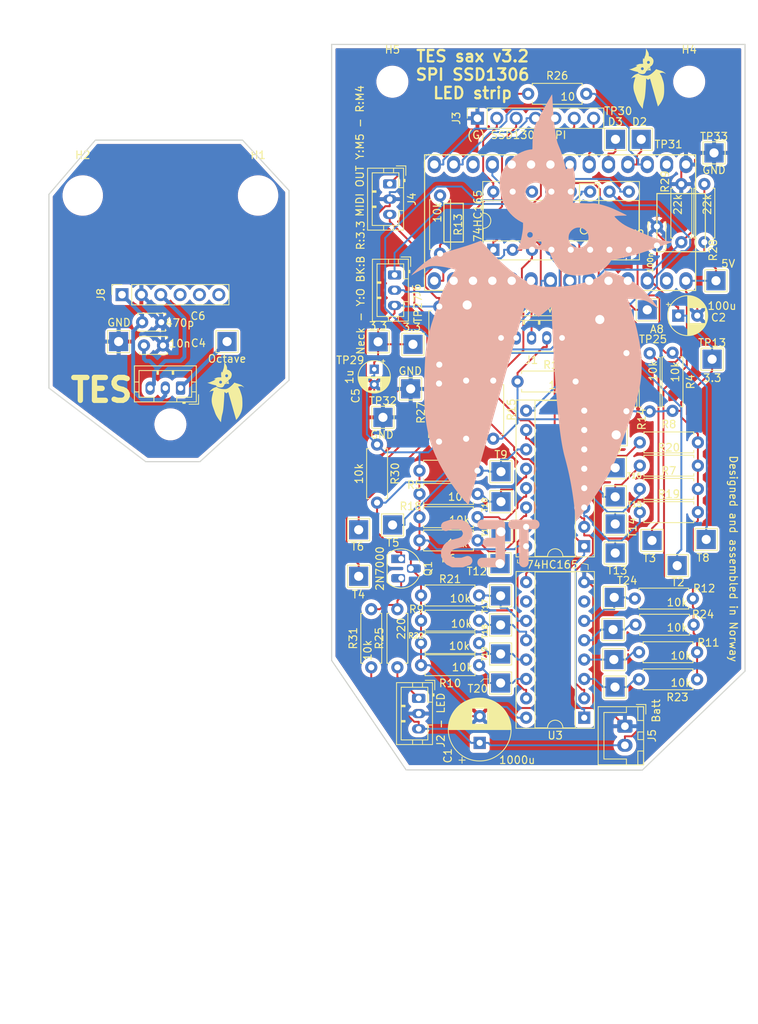
<source format=kicad_pcb>
(kicad_pcb (version 20211014) (generator pcbnew)
  (layers (0 "F.Cu" signal) (31 "B.Cu" signal) (34 "B.Paste" user) (35 "F.Paste" user) (36 "B.SilkS" user "B.Silkscreen") (37 "F.SilkS" user "F.Silkscreen") (38 "B.Mask" user) (39 "F.Mask" user) (44 "Edge.Cuts" user))
  (net 0 "")
  (net 1 "GND")
  (net 2 "Net-(J1-Pad3)")
  (net 3 "Net-(J2-Pad1)")
  (net 4 "Net-(J1-Pad4)")
  (net 5 "Net-(R26-Pad2)")
  (net 6 "Net-(U1-Pad10)")
  (net 7 "+5V")
  (net 8 "+3V3")
  (net 9 "Net-(J1-Pad5)")
  (net 10 "Net-(J3-Pad3)")
  (net 11 "Net-(J3-Pad4)")
  (net 12 "Net-(J3-Pad5)")
  (net 13 "Net-(J3-Pad6)")
  (net 14 "Net-(J3-Pad7)")
  (net 15 "Net-(J4-Pad3)")
  (net 16 "Net-(J4-Pad1)")
  (net 17 "Net-(J8-Pad2)")
  (net 18 "Net-(J6-Pad2)")
  (net 25 "Net-(R1-Pad1)")
  (net 26 "Net-(R2-Pad1)")
  (net 27 "Net-(R3-Pad1)")
  (net 28 "Net-(R4-Pad1)")
  (net 29 "Net-(R5-Pad1)")
  (net 30 "Net-(R6-Pad1)")
  (net 31 "Net-(R7-Pad1)")
  (net 32 "Net-(R8-Pad1)")
  (net 33 "Net-(R9-Pad1)")
  (net 34 "Net-(R10-Pad1)")
  (net 35 "Net-(R11-Pad1)")
  (net 36 "Net-(R12-Pad1)")
  (net 37 "Net-(R14-Pad1)")
  (net 38 "Net-(R15-Pad1)")
  (net 39 "Net-(R16-Pad1)")
  (net 40 "Net-(R17-Pad1)")
  (net 41 "Net-(R18-Pad1)")
  (net 42 "Net-(R19-Pad1)")
  (net 43 "Net-(R20-Pad1)")
  (net 44 "Net-(R21-Pad1)")
  (net 45 "Net-(R22-Pad1)")
  (net 46 "Net-(R23-Pad1)")
  (net 47 "Net-(R24-Pad1)")
  (net 48 "/batt_check")
  (net 49 "Net-(TP25-Pad1)")
  (net 50 "Net-(TP26-Pad1)")
  (net 51 "Net-(TP28-Pad1)")
  (net 52 "Net-(TP30-Pad1)")
  (net 53 "Net-(TP31-Pad1)")
  (net 54 "/SR_SH")
  (net 55 "/SR_DO")
  (net 56 "/SR_CLK")
  (net 58 "/SR_CLK_INH")
  (net 60 "Net-(U2-Pad10)")
  (net 61 "Net-(Q1-Pad1)")
  (net 62 "Net-(Q1-Pad3)")
  (net 63 "Net-(J7-Pad3)")
  (net 64 "Net-(J7-Pad2)")
  (net 65 "Net-(R13-Pad1)")
  (net 66 "Net-(J7-Pad1)")
  (footprint "Capacitor_THT:CP_Radial_D5.0mm_P2.50mm" (layer "F.Cu") (at 248.031 52.07)
    (fp_text reference "C2")
    (fp_text value "100u")
  )
  (footprint "Capacitor_THT:C_Disc_D3.4mm_W2.1mm_P2.50mm" (layer "F.Cu") (at 245.237 42.8752 90)
    (fp_text reference "C3")
    (fp_text value "100n")
  )
  (footprint "TestPoint:TestPoint_THTPad_2.5x2.5mm_Drill1.2mm" (layer "F.Cu") (at 247.894 84.846 180)
    (fp_text reference "TP1" hide)
    (fp_text value "T2")
  )
  (footprint "TestPoint:TestPoint_THTPad_2.5x2.5mm_Drill1.2mm" (layer "F.Cu") (at 206.111 80.147 180)
    (fp_text reference "TP2" hide)
    (fp_text value "T6")
  )
  (footprint "TestPoint:TestPoint_THTPad_2.5x2.5mm_Drill1.2mm" (layer "F.Cu") (at 224.78 76.464)
    (fp_text reference "TP3" hide)
    (fp_text value "T10")
  )
  (footprint "TestPoint:TestPoint_THTPad_2.5x2.5mm_Drill1.2mm" (layer "F.Cu") (at 239.766 79.385)
    (fp_text reference "TP4" hide)
    (fp_text value "T14")
  )
  (footprint "TestPoint:TestPoint_THTPad_2.5x2.5mm_Drill1.2mm" (layer "F.Cu") (at 224.729 92.6184)
    (fp_text reference "TP5" hide)
    (fp_text value "T18")
  )
  (footprint "TestPoint:TestPoint_THTPad_2.5x2.5mm_Drill1.2mm" (layer "F.Cu") (at 239.588 97.165)
    (fp_text reference "TP6" hide)
    (fp_text value "T22")
  )
  (footprint "TestPoint:TestPoint_THTPad_2.5x2.5mm_Drill1.2mm" (layer "F.Cu") (at 206.111 86.243 180)
    (fp_text reference "TP7" hide)
    (fp_text value "T4")
  )
  (footprint "TestPoint:TestPoint_THTPad_2.5x2.5mm_Drill1.2mm" (layer "F.Cu") (at 251.704 81.417 180)
    (fp_text reference "TP8" hide)
    (fp_text value "T8")
  )
  (footprint "TestPoint:TestPoint_THTPad_2.5x2.5mm_Drill1.2mm" (layer "F.Cu") (at 224.653 84.592)
    (fp_text reference "TP9" hide)
    (fp_text value "T12")
  )
  (footprint "TestPoint:TestPoint_THTPad_2.5x2.5mm_Drill1.2mm" (layer "F.Cu") (at 239.766 72.019)
    (fp_text reference "TP10" hide)
    (fp_text value "T16")
  )
  (footprint "TestPoint:TestPoint_THTPad_2.5x2.5mm_Drill1.2mm" (layer "F.Cu") (at 224.729 100.238)
    (fp_text reference "TP11" hide)
    (fp_text value "T20")
  )
  (footprint "TestPoint:TestPoint_THTPad_2.5x2.5mm_Drill1.2mm" (layer "F.Cu") (at 239.639 89.0116)
    (fp_text reference "TP12" hide)
    (fp_text value "T24")
  )
  (footprint "TestPoint:TestPoint_THTPad_2.5x2.5mm_Drill1.2mm" (layer "F.Cu") (at 252.476 57.785)
    (fp_text reference "TP13")
    (fp_text value "3.3")
  )
  (footprint "TestPoint:TestPoint_THTPad_2.5x2.5mm_Drill1.2mm" (layer "F.Cu") (at 210.556 79.512 180)
    (fp_text reference "TP14" hide)
    (fp_text value "T5")
  )
  (footprint "TestPoint:TestPoint_THTPad_2.5x2.5mm_Drill1.2mm" (layer "F.Cu") (at 244.592 81.544 180)
    (fp_text reference "TP15" hide)
    (fp_text value "T3")
  )
  (footprint "TestPoint:TestPoint_THTPad_2.5x2.5mm_Drill1.2mm" (layer "F.Cu") (at 239.893 67.701 180)
    (fp_text reference "TP16" hide)
    (fp_text value "T7")
  )
  (footprint "TestPoint:TestPoint_THTPad_2.5x2.5mm_Drill1.2mm" (layer "F.Cu") (at 224.78 72.527)
    (fp_text reference "TP17" hide)
    (fp_text value "T9")
  )
  (footprint "TestPoint:TestPoint_THTPad_2.5x2.5mm_Drill1.2mm" (layer "F.Cu") (at 239.766 83.195)
    (fp_text reference "TP18" hide)
    (fp_text value "T13")
  )
  (footprint "TestPoint:TestPoint_THTPad_2.5x2.5mm_Drill1.2mm" (layer "F.Cu") (at 224.729 88.8084)
    (fp_text reference "TP19" hide)
    (fp_text value "T17")
  )
  (footprint "TestPoint:TestPoint_THTPad_2.5x2.5mm_Drill1.2mm" (layer "F.Cu") (at 239.741 100.772)
    (fp_text reference "TP20" hide)
    (fp_text value "T21")
  )
  (footprint "TestPoint:TestPoint_THTPad_2.5x2.5mm_Drill1.2mm" (layer "F.Cu") (at 224.78 80.401)
    (fp_text reference "TP21" hide)
    (fp_text value "T11")
  )
  (footprint "TestPoint:TestPoint_THTPad_2.5x2.5mm_Drill1.2mm" (layer "F.Cu") (at 239.766 75.829)
    (fp_text reference "TP22" hide)
    (fp_text value "T15")
  )
  (footprint "TestPoint:TestPoint_THTPad_2.5x2.5mm_Drill1.2mm" (layer "F.Cu") (at 224.729 96.428)
    (fp_text reference "TP23" hide)
    (fp_text value "T19")
  )
  (footprint "TestPoint:TestPoint_THTPad_2.5x2.5mm_Drill1.2mm" (layer "F.Cu") (at 239.486 93.228)
    (fp_text reference "TP24" hide)
    (fp_text value "T23")
  )
  (footprint "TestPoint:TestPoint_THTPad_2.5x2.5mm_Drill1.2mm" (layer "F.Cu") (at 243.967 51.308)
    (fp_text reference "TP25")
    (fp_text value "A8")
  )
  (footprint "TestPoint:TestPoint_THTPad_2.5x2.5mm_Drill1.2mm" (layer "F.Cu") (at 237.744 52.578)
    (fp_text reference "TP26")
    (fp_text value "A6")
  )
  (footprint "TestPoint:TestPoint_THTPad_2.5x2.5mm_Drill1.2mm" (layer "F.Cu") (at 220.345 50.673)
    (fp_text reference "TP28")
    (fp_text value "A1")
  )
  (footprint "TestPoint:TestPoint_THTPad_2.5x2.5mm_Drill1.2mm" (layer "F.Cu") (at 239.801 28.956)
    (fp_text reference "TP30")
    (fp_text value "D3")
  )
  (footprint "TestPoint:TestPoint_THTPad_2.5x2.5mm_Drill1.2mm" (layer "F.Cu") (at 243.18 28.956)
    (fp_text reference "TP31")
    (fp_text value "D2")
  )
  (footprint "Package_DIP:DIP-16_W7.62mm_Socket" (layer "F.Cu") (at 223.774 43.434 90)
    (fp_text reference "U1" hide)
    (fp_text value "74HC165")
  )
  (footprint "Package_DIP:DIP-16_W7.62mm_Socket" (layer "F.Cu") (at 235.702 82.306 180)
    (fp_text reference "U2")
    (fp_text value "74HC165" hide)
  )
  (footprint "Package_DIP:DIP-16_W7.62mm_Socket" (layer "F.Cu") (at 235.702 104.785 180)
    (fp_text reference "U3")
    (fp_text value "74HC165")
  )
  (footprint "Capacitor_THT:CP_Radial_D8.0mm_P3.50mm" (layer "F.Cu") (at 221.986 108.087 90)
    (fp_text reference "C1")
    (fp_text value "1000u")
  )
  (footprint "Connector_JST:JST_PH_B5B-PH-K_1x05_P2.00mm_Vertical" (layer "F.Cu") (at 232.791 54.991 180)
    (fp_text reference "J1")
    (fp_text value "joystick V G")
  )
  (footprint "Connector_JST:JST_PH_B3B-PH-K_1x03_P2.00mm_Vertical" (layer "F.Cu") (at 213.985 102.245 -90)
    (fp_text reference "J2 - LED")
    (fp_text value "LED strip")
  )
  (footprint "Connector_PinSocket_2.54mm:PinSocket_1x07_P2.54mm_Vertical" (layer "F.Cu") (at 221.691 26.1874 90)
    (fp_text reference "J3")
    (fp_text value "(G) SSD1306 SPI")
  )
  (footprint "Connector_JST:JST_PH_B3B-PH-K_1x03_P2.00mm_Vertical" (layer "F.Cu") (at 210.185 34.798 -90)
    (fp_text reference "J4")
    (fp_text value "MIDI OUT Y:M5 - R:M4")
  )
  (footprint "TestPoint:TestPoint_THTPad_2.5x2.5mm_Drill1.2mm" (layer "F.Cu") (at 213.233 55.8292)
    (fp_text reference "TP27")
    (fp_text value "3.3")
  )
  (footprint "TestPoint:TestPoint_THTPad_2.5x2.5mm_Drill1.2mm" (layer "F.Cu") (at 208.661 55.499)
    (fp_text reference "TP29")
    (fp_text value "3.3")
  )
  (footprint "Connector_JST:JST_PH_B3B-PH-K_1x03_P2.00mm_Vertical" (layer "F.Cu") (at 210.82 46.736 -90)
    (fp_text reference "J6")
    (fp_text value "Neck - Y:O BK:B R:3.3")
  )
  (footprint "TestPoint:TestPoint_THTPad_2.5x2.5mm_Drill1.2mm" (layer "F.Cu") (at 209.296 65.405)
    (fp_text reference "TP32")
    (fp_text value "GND")
  )
  (footprint "TestPoint:TestPoint_THTPad_2.5x2.5mm_Drill1.2mm" (layer "F.Cu") (at 252.73 30.734)
    (fp_text reference "TP33")
    (fp_text value "GND")
  )
  (footprint "TestPoint:TestPoint_THTPad_2.5x2.5mm_Drill1.2mm" (layer "F.Cu") (at 212.9282 61.6712)
    (fp_text reference "TP34" hide)
    (fp_text value "GND")
  )
  (footprint "TestPoint:TestPoint_THTPad_2.5x2.5mm_Drill1.2mm" (layer "F.Cu") (at 252.984 47.498)
    (fp_text reference "TP35" hide)
    (fp_text value "5V")
  )
  (footprint "Connector_JST:JST_XH_B2B-XH-A_1x02_P2.50mm_Vertical" (layer "F.Cu") (at 241.036 105.903 -90)
    (fp_text reference "J5")
    (fp_text value "Batt")
  )
  (footprint "MountingHole:MountingHole_3.2mm_M3" (layer "F.Cu") (at 249.472 21.3995)
    (fp_text reference "H4")
    (fp_text value "M3")
  )
  (footprint "MountingHole:MountingHole_3.2mm_M3" (layer "F.Cu") (at 210.534 21.3995)
    (fp_text reference "H5")
    (fp_text value "M3")
  )
  (footprint "Resistor_THT:R_Axial_DIN0207_L6.3mm_D2.5mm_P7.62mm_Horizontal" (layer "F.Cu") (at 241.239 56.9822 -90)
    (fp_text reference "R1")
    (fp_text value "10k")
  )
  (footprint "Resistor_THT:R_Axial_DIN0207_L6.3mm_D2.5mm_P7.62mm_Horizontal" (layer "F.Cu") (at 216.687 58.4962 90)
    (fp_text reference "R2")
    (fp_text value "10k")
  )
  (footprint "Resistor_THT:R_Axial_DIN0207_L6.3mm_D2.5mm_P7.62mm_Horizontal" (layer "F.Cu") (at 220.208 60.589 -90)
    (fp_text reference "R3")
    (fp_text value "10k")
  )
  (footprint "Resistor_THT:R_Axial_DIN0207_L6.3mm_D2.5mm_P7.62mm_Horizontal" (layer "F.Cu") (at 247.284 56.9314 -90)
    (fp_text reference "R4")
    (fp_text value "10k")
  )
  (footprint "Resistor_THT:R_Axial_DIN0207_L6.3mm_D2.5mm_P7.62mm_Horizontal" (layer "F.Cu") (at 221.707 75.448 180)
    (fp_text reference "R5")
    (fp_text value "10k")
  )
  (footprint "Resistor_THT:R_Axial_DIN0207_L6.3mm_D2.5mm_P7.62mm_Horizontal" (layer "F.Cu") (at 221.707 81.544 180)
    (fp_text reference "R6")
    (fp_text value "10k")
  )
  (footprint "Resistor_THT:R_Axial_DIN0207_L6.3mm_D2.5mm_P7.62mm_Horizontal" (layer "F.Cu") (at 242.992 74.7876)
    (fp_text reference "R7")
    (fp_text value "10k")
  )
  (footprint "Resistor_THT:R_Axial_DIN0207_L6.3mm_D2.5mm_P7.62mm_Horizontal" (layer "F.Cu") (at 242.992 68.6916)
    (fp_text reference "R8")
    (fp_text value "10k")
  )
  (footprint "Resistor_THT:R_Axial_DIN0207_L6.3mm_D2.5mm_P7.62mm_Horizontal" (layer "F.Cu") (at 221.91 92.0596 180)
    (fp_text reference "R9")
    (fp_text value "10k")
  )
  (footprint "Resistor_THT:R_Axial_DIN0207_L6.3mm_D2.5mm_P7.62mm_Horizontal" (layer "F.Cu") (at 221.91 97.901 180)
    (fp_text reference "R10")
    (fp_text value "10k")
  )
  (footprint "Resistor_THT:R_Axial_DIN0207_L6.3mm_D2.5mm_P7.62mm_Horizontal" (layer "F.Cu") (at 242.89 96.2)
    (fp_text reference "R11")
    (fp_text value "10k")
  )
  (footprint "Resistor_THT:R_Axial_DIN0207_L6.3mm_D2.5mm_P7.62mm_Horizontal" (layer "F.Cu") (at 242.331 89.164)
    (fp_text reference "R12")
    (fp_text value "10k")
  )
  (footprint "Resistor_THT:R_Axial_DIN0207_L6.3mm_D2.5mm_P7.62mm_Horizontal" (layer "F.Cu") (at 216.789 36.322 -90)
    (fp_text reference "R13")
    (fp_text value "10k")
  )
  (footprint "Resistor_THT:R_Axial_DIN0207_L6.3mm_D2.5mm_P7.62mm_Horizontal" (layer "F.Cu") (at 244.287 57.0076 -90)
    (fp_text reference "R14")
    (fp_text value "10k")
  )
  (footprint "Resistor_THT:R_Axial_DIN0207_L6.3mm_D2.5mm_P7.62mm_Horizontal" (layer "F.Cu") (at 223.764 60.589 -90)
    (fp_text reference "R15")
    (fp_text value "10k")
  )
  (footprint "Resistor_THT:R_Axial_DIN0207_L6.3mm_D2.5mm_P7.62mm_Horizontal" (layer "F.Cu") (at 234.569 60.706 180)
    (fp_text reference "R16")
    (fp_text value "10k")
  )
  (footprint "Resistor_THT:R_Axial_DIN0207_L6.3mm_D2.5mm_P7.62mm_Horizontal" (layer "F.Cu") (at 221.707 72.4 180)
    (fp_text reference "R17")
    (fp_text value "10k")
  )
  (footprint "Resistor_THT:R_Axial_DIN0207_L6.3mm_D2.5mm_P7.62mm_Horizontal" (layer "F.Cu") (at 221.707 78.496 180)
    (fp_text reference "R18")
    (fp_text value "10k")
  )
  (footprint "Resistor_THT:R_Axial_DIN0207_L6.3mm_D2.5mm_P7.62mm_Horizontal" (layer "F.Cu") (at 242.992 77.8356)
    (fp_text reference "R19")
    (fp_text value "10k")
  )
  (footprint "Resistor_THT:R_Axial_DIN0207_L6.3mm_D2.5mm_P7.62mm_Horizontal" (layer "F.Cu") (at 242.992 71.7396)
    (fp_text reference "R20")
    (fp_text value "10k")
  )
  (footprint "Resistor_THT:R_Axial_DIN0207_L6.3mm_D2.5mm_P7.62mm_Horizontal" (layer "F.Cu") (at 221.91 88.7576 180)
    (fp_text reference "R21")
    (fp_text value "10k")
  )
  (footprint "Resistor_THT:R_Axial_DIN0207_L6.3mm_D2.5mm_P7.62mm_Horizontal" (layer "F.Cu") (at 221.91 95.006 180)
    (fp_text reference "R22")
    (fp_text value "10k")
  )
  (footprint "Resistor_THT:R_Axial_DIN0207_L6.3mm_D2.5mm_P7.62mm_Horizontal" (layer "F.Cu") (at 242.89 99.756)
    (fp_text reference "R23")
    (fp_text value "10k")
  )
  (footprint "Resistor_THT:R_Axial_DIN0207_L6.3mm_D2.5mm_P7.62mm_Horizontal" (layer "F.Cu") (at 242.433 92.593)
    (fp_text reference "R24")
    (fp_text value "10k")
  )
  (footprint "Resistor_THT:R_Axial_DIN0207_L6.3mm_D2.5mm_P7.62mm_Horizontal" (layer "F.Cu") (at 211.191 98.181 90)
    (fp_text reference "R25")
    (fp_text value "220")
  )
  (footprint "Resistor_THT:R_Axial_DIN0207_L6.3mm_D2.5mm_P7.62mm_Horizontal" (layer "F.Cu") (at 228.346 22.987)
    (fp_text reference "R26")
    (fp_text value "10")
  )
  (footprint "Resistor_THT:R_Axial_DIN0207_L6.3mm_D2.5mm_P7.62mm_Horizontal" (layer "F.Cu") (at 216.652 68.59 90)
    (fp_text reference "R27")
    (fp_text value "33")
  )
  (footprint "Resistor_THT:R_Axial_DIN0207_L6.3mm_D2.5mm_P7.62mm_Horizontal" (layer "F.Cu") (at 251.46 42.4434 90)
    (fp_text reference "R28")
    (fp_text value "22k")
  )
  (footprint "Resistor_THT:R_Axial_DIN0207_L6.3mm_D2.5mm_P7.62mm_Horizontal" (layer "F.Cu") (at 248.437 42.4434 90)
    (fp_text reference "R29")
    (fp_text value "22k")
  )
  (footprint "teensy:Teensy30_31_32_breadboard_friendly_hand_soldering" (layer "F.Cu") (at 232.537 39.878 180)
    (fp_text reference "U4")
    (fp_text value "Teensy3.2_breadboard_friendly")
  )
  (footprint "PCB_symbols:owl_7x10" (layer "F.Cu") (at 188.6896 62.2792)
    (fp_text reference "G***" hide)
    (fp_text value "LOGO" hide)
  )
  (footprint "Capacitor_THT:C_Disc_D3.4mm_W2.1mm_P2.50mm" (layer "F.Cu") (at 180.44 55.98 180)
    (fp_text reference "C4")
    (fp_text value "10n")
  )
  (footprint "MountingHole:MountingHole_3.2mm_M3" (layer "F.Cu") (at 181.413 66.322)
    (fp_text reference "H3" hide)
    (fp_text value "M3")
  )
  (footprint "TestPoint:TestPoint_THTPad_2.5x2.5mm_Drill1.2mm" (layer "F.Cu") (at 188.842 55.472)
    (fp_text reference "TP36" hide)
    (fp_text value "Octave")
  )
  (footprint "TestPoint:TestPoint_THTPad_2.5x2.5mm_Drill1.2mm" (layer "F.Cu") (at 174.618 55.472)
    (fp_text reference "TP37" hide)
    (fp_text value "GND")
  )
  (footprint "PCB_symbols:owl_7x10" (layer "F.Cu") (at 244.0178 21.1836)
    (fp_text reference "G***" hide)
    (fp_text value "LOGO" hide)
  )
  (footprint "Resistor_THT:R_Axial_DIN0207_L6.3mm_D2.5mm_P7.62mm_Horizontal" (layer "F.Cu") (at 208.524 68.971 -90)
    (fp_text reference "R30")
    (fp_text value "10k")
  )
  (footprint "MountingHole:MountingHole_4.3mm_M4" (layer "F.Cu") (at 192.913 36.322)
    (fp_text reference "H1")
    (fp_text value "M4")
  )
  (footprint "Connector_PinSocket_2.54mm:PinSocket_1x06_P2.54mm_Vertical" (layer "F.Cu") (at 175.063 49.322 90)
    (fp_text reference "J8")
    (fp_text value "MXP5010")
  )
  (footprint "Capacitor_THT:C_Disc_D3.4mm_W2.1mm_P2.50mm" (layer "F.Cu") (at 180.206 52.932 180)
    (fp_text reference "C6")
    (fp_text value "470p")
  )
  (footprint "Resistor_THT:R_Axial_DIN0207_L6.3mm_D2.5mm_P7.62mm_Horizontal" (layer "F.Cu") (at 207.762 98.181 90)
    (fp_text reference "R31")
    (fp_text value "10k")
  )
  (footprint "Package_TO_SOT_THT:TO-92_HandSolder" (layer "F.Cu") (at 211.687 83.957 -90)
    (fp_text reference "Q1")
    (fp_text value "2N7000")
  )
  (footprint "MountingHole:MountingHole_4.3mm_M4" (layer "F.Cu") (at 169.913 36.322)
    (fp_text reference "H2")
    (fp_text value "M4")
  )
  (footprint "Capacitor_THT:CP_Radial_D4.0mm_P2.00mm" (layer "F.Cu") (at 208.153 59.0984 -90)
    (fp_text reference "C5")
    (fp_text value "1u")
  )
  (footprint "Connector_JST:JST_PH_B3B-PH-K_1x03_P2.00mm_Vertical" (layer "F.Cu") (at 182.746 61.568 180)
    (fp_text reference "J7" hide)
    (fp_text value "Conn_01x03_Female")
  )
  (footprint "PCB_symbols:owl_F_50x70" (layer "B.Cu") (at 230.0478 52.3748 180)
    (fp_text reference "G***" hide)
    (fp_text value "LOGO" hide)
  )
  (gr_line (start 222.494 99.705) (end 223.129 99.705) (layer "F.SilkS") (width 0.1))
  (gr_line (start 236.21 84.719) (end 236.21 85.354) (layer "F.SilkS") (width 0.1))
  (gr_line (start 227.828 84.719) (end 226.939 84.465) (layer "F.SilkS") (width 0.1))
  (gr_line (start 222.113 100.086) (end 222.494 99.705) (layer "F.SilkS") (width 0.1))
  (gr_line (start 235.067 84.465) (end 236.21 84.719) (layer "F.SilkS") (width 0.1))
  (gr_line (start 226.939 84.465) (end 226.939 84.084) (layer "F.SilkS") (width 0.1))
  (gr_line (start 190.874 29.056) (end 171.57 29.056) (layer "Edge.Cuts") (width 0.15))
  (gr_line (start 202.565 97.282) (end 202.565 16.51) (layer "Edge.Cuts") (width 0.15))
  (gr_line (start 185.286 71.22) (end 196.97 60.552) (layer "Edge.Cuts") (width 0.15))
  (gr_line (start 243.322 111.6557) (end 212.334 111.6303) (layer "Edge.Cuts") (width 0.15))
  (gr_line (start 212.334 111.6303) (end 202.565 97.282) (layer "Edge.Cuts") (width 0.15))
  (gr_line (start 256.794 16.51) (end 256.794 98.679) (layer "Edge.Cuts") (width 0.15))
  (gr_line (start 171.57 29.056) (end 165.474 36.168) (layer "Edge.Cuts") (width 0.15))
  (gr_line (start 256.794 98.679) (end 243.322 111.6557) (layer "Edge.Cuts") (width 0.15))
  (gr_line (start 165.474 61.568) (end 178.174 71.22) (layer "Edge.Cuts") (width 0.15))
  (gr_line (start 165.474 36.168) (end 165.474 61.568) (layer "Edge.Cuts") (width 0.15))
  (gr_line (start 196.97 35.66) (end 196.97 60.552) (layer "Edge.Cuts") (width 0.15))
  (gr_line (start 202.565 16.51) (end 256.794 16.51) (layer "Edge.Cuts") (width 0.15))
  (gr_line (start 178.174 71.22) (end 185.286 71.22) (layer "Edge.Cuts") (width 0.15))
  (gr_line (start 196.97 35.66) (end 190.874 29.056) (layer "Edge.Cuts") (width 0.15))
  (gr_text "TES" (at 223.139 82.1944) (layer "B.SilkS") (effects (font (size 5 5) (thickness 1.25)) (justify mirror)))
  (gr_text "TES sax v3.2\nSPI SSD1306\nLED strip" (at 221.0562 20.4724) (layer "F.SilkS") (effects (font (size 1.5 1.5) (thickness 0.3))))
  (gr_text "TES\n" (at 172.3828 61.822) (layer "F.SilkS") (effects (font (size 3 3) (thickness 0.7))))
  (gr_text "Designed and assembled in Norway" (at 255.27 83.947 270) (layer "F.SilkS") (effects (font (size 1 1))))
  (segment (start 235.5613 63.4007) (end 235.702 63.4007) (width 0.25) (layer "F.Cu") (net 1))
  (segment (start 250.2359 31.6528) (end 251.1547 30.734) (width 0.25) (layer "F.Cu") (net 1))
  (segment (start 237.2864 84.2953) (end 237.2864 66.9544) (width 0.25) (layer "F.Cu") (net 1))
  (segment (start 212.9282 61.6712) (end 211.3529 61.6712) (width 0.25) (layer "F.Cu") (net 1))
  (segment (start 235.702 86.4423) (end 236.8753 87.6156) (width 0.25) (layer "F.Cu") (net 1))
  (segment (start 248.437 34.8234) (end 248.437 35.9487) (width 0.25) (layer "F.Cu") (net 1))
  (segment (start 235.702 87.005) (end 235.702 86.4423) (width 0.25) (layer "F.Cu") (net 1))
  (segment (start 250.531 46.5776) (end 245.237 41.2836) (width 0.25) (layer "F.Cu") (net 1))
  (segment (start 245.237 39.1487) (end 248.437 35.9487) (width 0.25) (layer "F.Cu") (net 1))
  (segment (start 237.2864 66.9544) (end 235.9833 65.6513) (width 0.25) (layer "F.Cu") (net 1))
  (segment (start 245.237 41.2836) (end 245.237 40.3752) (width 0.25) (layer "F.Cu") (net 1))
  (segment (start 252.73 30.734) (end 251.1547 30.734) (width 0.25) (layer "F.Cu") (net 1))
  (segment (start 248.437 32.868) (end 249.047 32.258) (width 0.25) (layer "F.Cu") (net 1))
  (segment (start 236.8753 87.6156) (end 236.8753 103.515) (width 0.25) (layer "F.Cu") (net 1))
  (segment (start 215.5273 104.587) (end 215.1853 104.245) (width 0.25) (layer "F.Cu") (net 1))
  (segment (start 213.985 104.245) (end 215.1853 104.245) (width 0.25) (layer "F.Cu") (net 1))
  (segment (start 232.791 60.6304) (end 235.5613 63.4007) (width 0.25) (layer "F.Cu") (net 1))
  (segment (start 248.437 34.8234) (end 248.437 32.868) (width 0.25) (layer "F.Cu") (net 1))
  (segment (start 208.153 62.6867) (end 208.153 61.0984) (width 0.25) (layer "F.Cu") (net 1))
  (segment (start 250.2359 32.258) (end 250.2359 31.6528) (width 0.25) (layer "F.Cu") (net 1))
  (segment (start 209.6067 37.7233) (end 210.185 37.7233) (width 0.25) (layer "F.Cu") (net 1))
  (segment (start 211.3529 61.6712) (end 211.3529 61.7728) (width 0.25) (layer "F.Cu") (net 1))
  (segment (start 236.8753 103.515) (end 223.058 103.515) (width 0.25) (layer "F.Cu") (net 1))
  (segment (start 250.531 52.07) (end 250.531 46.5776) (width 0.25) (layer "F.Cu") (net 1))
  (segment (start 235.702 64.526) (end 235.702 65.6513) (width 0.25) (layer "F.Cu") (net 1))
  (segment (start 235.702 86.4423) (end 235.702 85.8797) (width 0.25) (layer "F.Cu") (net 1))
  (segment (start 223.058 103.515) (end 221.986 104.587) (width 0.25) (layer "F.Cu") (net 1))
  (segment (start 235.702 64.526) (end 235.702 63.4007) (width 0.25) (layer "F.Cu") (net 1))
  (segment (start 207.0533 40.2767) (end 209.6067 37.7233) (width 0.25) (layer "F.Cu") (net 1))
  (segment (start 208.153 61.0984) (end 207.0533 59.9987) (width 0.25) (layer "F.Cu") (net 1))
  (segment (start 209.296 65.405) (end 209.296 63.8297) (width 0.25) (layer "F.Cu") (net 1))
  (segment (start 238.648 103.515) (end 236.8753 103.515) (width 0.25) (layer "F.Cu") (net 1))
  (segment (start 235.9833 65.6513) (end 235.702 65.6513) (width 0.25) (layer "F.Cu") (net 1))
  (segment (start 207.0533 59.9987) (end 207.0533 40.2767) (width 0.25) (layer "F.Cu") (net 1))
  (segment (start 221.986 104.587) (end 215.5273 104.587) (width 0.25) (layer "F.Cu") (net 1))
  (segment (start 245.237 40.3752) (end 245.237 39.1487) (width 0.25) (layer "F.Cu") (net 1))
  (segment (start 235.702 85.8797) (end 237.2864 84.2953) (width 0.25) (layer "F.Cu") (net 1))
  (segment (start 211.3529 61.7728) (end 209.296 63.8297) (width 0.25) (layer "F.Cu") (net 1))
  (segment (start 232.791 54.991) (end 232.791 60.6304) (width 0.25) (layer "F.Cu") (net 1))
  (segment (start 210.185 36.798) (end 210.185 37.7233) (width 0.25) (layer "F.Cu") (net 1))
  (segment (start 241.036 105.903) (end 238.648 103.515) (width 0.25) (layer "F.Cu") (net 1))
  (segment (start 249.047 32.258) (end 250.2359 32.258) (width 0.25) (layer "F.Cu") (net 1))
  (segment (start 209.296 63.8297) (end 208.153 62.6867) (width 0.25) (layer "F.Cu") (net 1))
  (segment (start 235.077 46.751) (end 235.077 52.705) (width 0.25) (layer "B.Cu") (net 1))
  (segment (start 214.5035 61.6712) (end 214.9278 62.0955) (width 0.25) (layer "B.Cu") (net 1))
  (segment (start 212.9282 61.6712) (end 214.5035 61.6712) (width 0.25) (layer "B.Cu") (net 1))
  (segment (start 220.2931 62.0955) (end 221.3334 61.0552) (width 0.25) (layer "B.Cu") (net 1))
  (segment (start 231.2861 56.4959) (end 232.791 54.991) (width 0.25) (layer "B.Cu") (net 1))
  (segment (start 245.1755 40.3752) (end 242.1167 43.434) (width 0.25) (layer "B.Cu") (net 1))
  (segment (start 214.9278 62.0955) (end 220.2931 62.0955) (width 0.25) (layer "B.Cu") (net 1))
  (segment (start 245.237 40.3752) (end 245.1755 40.3752) (width 0.25) (layer "B.Cu") (net 1))
  (segment (start 221.3334 60.7656) (end 225.6031 56.4959) (width 0.25) (layer "B.Cu") (net 1))
  (segment (start 210.185 36.798) (end 210.185 35.8727) (width 0.25) (layer "B.Cu") (net 1))
  (segment (start 242.1167 43.434) (end 240.308 45.2427) (width 0.25) (layer "B.Cu") (net 1))
  (segment (start 221.3334 61.0552) (end 221.3334 60.7656) (width 0.25) (layer "B.Cu") (net 1))
  (segment (start 212.4594 33.8817) (end 220.1537 26.1874) (width 0.25) (layer "B.Cu") (net 1))
  (segment (start 236.5853 45.2427) (end 235.077 46.751) (width 0.25) (layer "B.Cu") (net 1))
  (segment (start 240.308 45.2427) (end 236.5853 45.2427) (width 0.25) (layer "B.Cu") (net 1))
  (segment (start 235.077 52.705) (end 232.791 54.991) (width 0.25) (layer "B.Cu") (net 1))
  (segment (start 241.554 43.434) (end 242.1167 43.434) (width 0.25) (layer "B.Cu") (net 1))
  (segment (start 210.185 35.8727) (end 210.9498 35.8727) (width 0.25) (layer "B.Cu") (net 1))
  (segment (start 225.6031 56.4959) (end 231.2861 56.4959) (width 0.25) (layer "B.Cu") (net 1))
  (segment (start 212.4594 34.3631) (end 212.4594 33.8817) (width 0.25) (layer "B.Cu") (net 1))
  (segment (start 210.9498 35.8727) (end 212.4594 34.3631) (width 0.25) (layer "B.Cu") (net 1))
  (segment (start 220.1537 26.1874) (end 221.691 26.1874) (width 0.25) (layer "B.Cu") (net 1))
  (segment (start 228.727 47.498) (end 228.727 48.9483) (width 0.25) (layer "F.Cu") (net 2))
  (segment (start 228.791 49.0123) (end 228.791 54.991) (width 0.25) (layer "F.Cu") (net 2))
  (segment (start 228.727 48.9483) (end 228.791 49.0123) (width 0.25) (layer "F.Cu") (net 2))
  (segment (start 211.191 98.181) (end 211.191 99.451) (width 0.25) (layer "F.Cu") (net 3))
  (segment (start 211.191 99.451) (end 213.985 102.245) (width 0.25) (layer "F.Cu") (net 3))
  (segment (start 226.187 48.9483) (end 226.791 49.5523) (width 0.25) (layer "F.Cu") (net 4))
  (segment (start 226.791 49.5523) (end 226.791 54.991) (width 0.25) (layer "F.Cu") (net 4))
  (segment (start 226.187 47.498) (end 226.187 48.9483) (width 0.25) (layer "F.Cu") (net 4))
  (segment (start 242.7781 31.5532) (end 241.6046 30.3797) (width 0.25) (layer "B.Cu") (net 5))
  (segment (start 243.967 32.258) (end 242.7781 32.258) (width 0.25) (layer "B.Cu") (net 5))
  (segment (start 242.7781 32.258) (end 242.7781 31.5532) (width 0.25) (layer "B.Cu") (net 5))
  (segment (start 241.6046 27.5003) (end 237.0913 22.987) (width 0.25) (layer "B.Cu") (net 5))
  (segment (start 235.966 22.987) (end 237.0913 22.987) (width 0.25) (layer "B.Cu") (net 5))
  (segment (start 241.6046 30.3797) (end 241.6046 27.5003) (width 0.25) (layer "B.Cu") (net 5))
  (segment (start 248.9269 43.6209) (end 249.5951 42.9527) (width 0.25) (layer "B.Cu") (net 6))
  (segment (start 245.265 37.6054) (end 240.8054 37.6054) (width 0.25) (layer "B.Cu") (net 6))
  (segment (start 228.082 64.526) (end 229.2073 64.526) (width 0.25) (layer "B.Cu") (net 6))
  (segment (start 241.2476 51.06) (end 242.8888 49.4188) (width 0.25) (layer "B.Cu") (net 6))
  (segment (start 229.2073 64.1231) (end 241.2476 52.0828) (width 0.25) (layer "B.Cu") (net 6))
  (segment (start 241.2476 52.0828) (end 241.2476 51.06) (width 0.25) (layer "B.Cu") (net 6))
  (segment (start 229.2073 64.526) (end 229.2073 64.1231) (width 0.25) (layer "B.Cu") (net 6))
  (segment (start 245.237 48.1714) (end 245.237 46.8252) (width 0.25) (layer "B.Cu") (net 6))
  (segment (start 242.8888 49.4188) (end 243.9896 49.4188) (width 0.25) (layer "B.Cu") (net 6))
  (segment (start 249.5951 42.9527) (end 249.5951 41.9355) (width 0.25) (layer "B.Cu") (net 6))
  (segment (start 243.9896 49.4188) (end 245.237 48.1714) (width 0.25) (layer "B.Cu") (net 6))
  (segment (start 240.8054 37.6054) (end 239.014 35.814) (width 0.25) (layer "B.Cu") (net 6))
  (segment (start 249.5951 41.9355) (end 245.265 37.6054) (width 0.25) (layer "B.Cu") (net 6))
  (segment (start 248.4413 43.6209) (end 248.9269 43.6209) (width 0.25) (layer "B.Cu") (net 6))
  (segment (start 245.237 46.8252) (end 248.4413 43.6209) (width 0.25) (layer "B.Cu") (net 6))
  (segment (start 251.46 42.4434) (end 251.46 44.3987) (width 0.25) (layer "F.Cu") (net 7))
  (segment (start 213.4067 105.3197) (end 213.985 105.3197) (width 0.25) (layer "F.Cu") (net 7))
  (segment (start 207.762 98.181) (end 207.762 99.675) (width 0.25) (layer "F.Cu") (net 7))
  (segment (start 246.1675 102.9777) (end 246.1675 72.6233) (width 0.25) (layer "F.Cu") (net 7))
  (segment (start 213.985 106.245) (end 213.985 105.3197) (width 0.25) (layer "F.Cu") (net 7))
  (segment (start 241.036 108.403) (end 241.036 107.2277) (width 0.25) (layer "F.Cu") (net 7))
  (segment (start 246.0938 72.5496) (end 246.0938 61.7577) (width 0.25) (layer "F.Cu") (net 7))
  (segment (start 246.1675 72.6233) (end 246.0938 72.5496) (width 0.25) (layer "F.Cu") (net 7))
  (segment (start 252.984 47.498) (end 252.984 45.9227) (width 0.25) (layer "F.Cu") (net 7))
  (segment (start 249.047 47.498) (end 249.047 48.9483) (width 0.25) (layer "F.Cu") (net 7))
  (segment (start 241.036 107.2277) (end 241.9175 107.2277) (width 0.25) (layer "F.Cu") (net 7))
  (segment (start 249.1564 49.0577) (end 249.047 48.9483) (width 0.25) (layer "F.Cu") (net 7))
  (segment (start 241.9175 107.2277) (end 246.1675 102.9777) (width 0.25) (layer "F.Cu") (net 7))
  (segment (start 249.1564 58.6951) (end 249.1564 49.0577) (width 0.25) (layer "F.Cu") (net 7))
  (segment (start 207.762 99.675) (end 213.4067 105.3197) (width 0.25) (layer "F.Cu") (net 7))
  (segment (start 251.46 44.3987) (end 252.984 45.9227) (width 0.25) (layer "F.Cu") (net 7))
  (segment (start 246.0938 61.7577) (end 249.1564 58.6951) (width 0.25) (layer "F.Cu") (net 7))
  (segment (start 221.986 108.087) (end 223.1113 108.087) (width 0.25) (layer "B.Cu") (net 7))
  (segment (start 221.986 108.087) (end 220.8607 108.087) (width 0.25) (layer "B.Cu") (net 7))
  (segment (start 213.985 106.245) (end 219.0187 106.245) (width 0.25) (layer "B.Cu") (net 7))
  (segment (start 249.047 47.498) (end 252.984 47.498) (width 0.25) (layer "B.Cu") (net 7))
  (segment (start 219.0187 106.245) (end 220.8607 108.087) (width 0.25) (layer "B.Cu") (net 7))
  (segment (start 223.4273 108.403) (end 223.1113 108.087) (width 0.25) (layer "B.Cu") (net 7))
  (segment (start 241.036 108.403) (end 223.4273 108.403) (width 0.25) (layer "B.Cu") (net 7))
  (segment (start 250.612 68.6916) (end 250.612 67.5663) (width 0.25) (layer "F.Cu") (net 8))
  (segment (start 248.4093 63.427) (end 248.4093 64.5514) (width 0.25) (layer "F.Cu") (net 8))
  (segment (start 214.29 92.0596) (end 214.29 88.7576) (width 0.25) (layer "F.Cu") (net 8))
  (segment (start 210.82 51.7647) (end 210.82 50.736) (width 0.25) (layer "F.Cu") (net 8))
  (segment (start 208.661 55.499) (end 208.661 53.9237) (width 0.25) (layer "F.Cu") (net 8))
  (segment (start 214.29 86.56) (end 212.957 85.227) (width 0.25) (layer "F.Cu") (net 8))
  (segment (start 223.774 35.814) (end 223.774 36.9393) (width 0.25) (layer "F.Cu") (net 8))
  (segment (start 252.476 59.3603) (end 248.4093 63.427) (width 0.25) (layer "F.Cu") (net 8))
  (segment (start 216.789 42.8167) (end 222.6664 36.9393) (width 0.25) (layer "F.Cu") (net 8))
  (segment (start 214.087 72.4) (end 214.087 75.448) (width 0.25) (layer "F.Cu") (net 8))
  (segment (start 247.284 64.5514) (end 248.4093 64.5514) (width 0.25) (layer "F.Cu") (net 8))
  (segment (start 208.153 59.0984) (end 208.153 58.1731) (width 0.25) (layer "F.Cu") (net 8))
  (segment (start 249.951 89.164) (end 249.951 90.2893) (width 0.25) (layer "F.Cu") (net 8))
  (segment (start 230.3384 56.1913) (end 230.791 56.1913) (width 0.25) (layer "F.Cu") (net 8))
  (segment (start 224.231 26.1874) (end 224.231 27.3627) (width 0.25) (layer "F.Cu") (net 8))
  (segment (start 245.237 46.6859) (end 245.237 42.8752) (width 0.25) (layer "F.Cu") (net 8))
  (segment (start 208.661 55.8292) (end 208.661 55.499) (width 0.25) (layer "F.Cu") (net 8))
  (segment (start 216.789 43.942) (end 216.789 42.8167) (width 0.25) (layer "F.Cu") (net 8))
  (segment (start 249.951 89.164) (end 249.951 79.6219) (width 0.25) (layer "F.Cu") (net 8))
  (segment (start 208.661 55.8292) (end 211.6577 55.8292) (width 0.25) (layer "F.Cu") (net 8))
  (segment (start 248.031 50.9447) (end 247.8716 50.9447) (width 0.25) (layer "F.Cu") (net 8))
  (segment (start 222.4457 33.3604) (end 223.774 34.6887) (width 0.25) (layer "F.Cu") (net 8))
  (segment (start 247.8716 50.9447) (end 244.4249 47.498) (width 0.25) (layer "F.Cu") (net 8))
  (segment (start 248.4093 65.3636) (end 250.612 67.5663) (width 0.25) (layer "F.Cu") (net 8))
  (segment (start 214.8381 46.7369) (end 216.5077 45.0673) (width 0.25) (layer "F.Cu") (net 8))
  (segment (start 216.687 49.7509) (end 216.3371 49.7509) (width 0.25) (layer "F.Cu") (net 8))
  (segment (start 213.233 55.8292) (end 211.6577 55.8292) (width 0.25) (layer "F.Cu") (net 8))
  (segment (start 222.4457 29.148) (end 222.4457 33.3604) (width 0.25) (layer "F.Cu") (net 8))
  (segment (start 223.774 35.814) (end 223.774 34.6887) (width 0.25) (layer "F.Cu") (net 8))
  (segment (start 212.957 83.7993) (end 212.957 85.227) (width 0.25) (layer "F.Cu") (net 8))
  (segment (start 216.789 43.942) (end 216.789 45.0673) (width 0.25) (layer "F.Cu") (net 8))
  (segment (start 249.951 79.6219) (end 250.612 78.9609) (width 0.25) (layer "F.Cu") (net 8))
  (segment (start 250.612 77.8356) (end 250.612 74.7876) (width 0.25) (layer "F.Cu") (net 8))
  (segment (start 250.51 99.756) (end 250.51 96.2) (width 0.25) (layer "F.Cu") (net 8))
  (segment (start 208.661 53.9237) (end 210.82 51.7647) (width 0.25) (layer "F.Cu") (net 8))
  (segment (start 208.153 58.1731) (end 208.661 57.6651) (width 0.25) (layer "F.Cu") (net 8))
  (segment (start 226.949 59.5807) (end 230.3384 56.1913) (width 0.25) (layer "F.Cu") (net 8))
  (segment (start 214.29 97.901) (end 214.29 95.006) (width 0.25) (layer "F.Cu") (net 8))
  (segment (start 214.29 88.7576) (end 214.29 86.56) (width 0.25) (layer "F.Cu") (net 8))
  (segment (start 250.51 94.1753) (end 250.51 96.2) (width 0.25) (layer "F.Cu") (net 8))
  (segment (start 222.6664 36.9393) (end 223.774 36.9393) (width 0.25) (layer "F.Cu") (net 8))
  (segment (start 214.087 78.496) (end 214.087 75.448) (width 0.25) (layer "F.Cu") (net 8))
  (segment (start 214.8381 48.2519) (end 214.8381 46.7369) (width 0.25) (layer "F.Cu") (net 8))
  (segment (start 230.791 54.991) (end 230.791 56.1913) (width 0.25) (layer "F.Cu") (net 8))
  (segment (start 250.612 77.8356) (end 250.612 78.9609) (width 0.25) (layer "F.Cu") (net 8))
  (segment (start 244.4249 47.498) (end 245.237 46.6859) (width 0.25) (layer "F.Cu") (net 8))
  (segment (start 250.612 71.7396) (end 250.612 74.7876) (width 0.25) (layer "F.Cu") (net 8))
  (segment (start 220.208 68.209) (end 223.764 68.209) (width 0.25) (layer "F.Cu") (net 8))
  (segment (start 250.053 92.593) (end 250.053 93.7183) (width 0.25) (layer "F.Cu") (net 8))
  (segment (start 216.3371 49.7509) (end 214.8381 48.2519) (width 0.25) (layer "F.Cu") (net 8))
  (segment (start 248.031 52.07) (end 248.031 50.9447) (width 0.25) (layer "F.Cu") (net 8))
  (segment (start 214.087 81.544) (end 214.087 78.496) (width 0.25) (layer "F.Cu") (net 8))
  (segment (start 249.951 90.2893) (end 250.053 90.3913) (width 0.25) (layer "F.Cu") (net 8))
  (segment (start 248.4093 64.5514) (end 248.4093 65.3636) (width 0.25) (layer "F.Cu") (net 8))
  (segment (start 208.661 57.6651) (end 208.661 55.8292) (width 0.25) (layer "F.Cu") (net 8))
  (segment (start 250.053 90.3913) (end 250.053 92.593) (width 0.25) (layer "F.Cu") (net 8))
  (segment (start 214.29 95.006) (end 214.29 92.0596) (width 0.25) (layer "F.Cu") (net 8))
  (segment (start 252.476 57.785) (end 252.476 59.3603) (width 0.25) (layer "F.Cu") (net 8))
  (segment (start 214.087 82.6693) (end 212.957 83.7993) (width 0.25) (layer "F.Cu") (net 8))
  (segment (start 250.612 68.6916) (end 250.612 71.7396) (width 0.25) (layer "F.Cu") (net 8))
  (segment (start 214.087 81.544) (end 214.087 82.6693) (width 0.25) (layer "F.Cu") (net 8))
  (segment (start 250.053 93.7183) (end 250.51 94.1753) (width 0.25) (layer "F.Cu") (net 8))
  (segment (start 226.949 60.706) (end 226.949 59.5807) (width 0.25) (layer "F.Cu") (net 8))
  (segment (start 243.967 47.498) (end 244.4249 47.498) (width 0.25) (layer "F.Cu") (net 8))
  (segment (start 216.5077 45.0673) (end 216.789 45.0673) (width 0.25) (layer "F.Cu") (net 8))
  (segment (start 224.231 27.3627) (end 222.4457 29.148) (width 0.25) (layer "F.Cu") (net 8))
  (segment (start 216.687 50.8762) (end 216.687 49.7509) (width 0.25) (layer "F.Cu") (net 8))
  (segment (start 226.949 66.1493) (end 226.949 65.6572) (width 0.25) (layer "B.Cu") (net 8))
  (segment (start 214.087 69.9922) (end 209.5452 69.9922) (width 0.25) (layer "B.Cu") (net 8))
  (segment (start 214.087 69.9922) (end 214.087 71.2747) (width 0.25) (layer "B.Cu") (net 8))
  (segment (start 214.087 72.4) (end 214.087 71.2747) (width 0.25) (layer "B.Cu") (net 8))
  (segment (start 239.0587 65.6572) (end 240.1137 64.6022) (width 0.25) (layer "B.Cu") (net 8))
  (segment (start 208.153 59.0984) (end 208.153 60.0237) (width 0.25) (layer "B.Cu") (net 8))
  (segment (start 207.1914 67.6384) (end 208.524 68.971) (width 0.25) (layer "B.Cu") (net 8))
  (segment (start 215.4153 97.901) (end 220.8847 103.3704) (width 0.25) (layer "B.Cu") (net 8))
  (segment (start 210.82 50.736) (end 212.0203 50.736) (width 0.25) (layer "B.Cu") (net 8))
  (segment (start 252.476 56.2097) (end 249.1563 52.89) (width 0.25) (layer "B.Cu") (net 8))
  (segment (start 226.949 65.6572) (end 239.0587 65.6572) (width 0.25) (layer "B.Cu") (net 8))
  (segment (start 244.287 64.6276) (end 246.0825 64.6276) (width 0.25) (layer "B.Cu") (net 8))
  (segment (start 226.949 65.6572) (end 226.949 61.8313) (width 0.25) (layer "B.Cu") (net 8))
  (segment (start 252.476 57.785) (end 252.476 56.2097) (width 0.25) (layer "B.Cu") (net 8))
  (segment (start 220.8847 103.3704) (end 225.5421 103.3704) (width 0.25) (layer "B.Cu") (net 8))
  (segment (start 216.652 68.59) (end 215.2498 69.9922) (width 0.25) (layer "B.Cu") (net 8))
  (segment (start 248.031 52.07) (end 249.1563 52.07) (width 0.25) (layer "B.Cu") (net 8))
  (segment (start 242.3643 64.6022) (end 242.3897 64.6276) (width 0.25) (layer "B.Cu") (net 8))
  (segment (start 241.239 64.6022) (end 242.3643 64.6022) (width 0.25) (layer "B.Cu") (net 8))
  (segment (start 228.082 82.306) (end 226.9567 82.306) (width 0.25) (layer "B.Cu") (net 8))
  (segment (start 218.7017 68.59) (end 219.0827 68.209) (width 0.25) (layer "B.Cu") (net 8))
  (segment (start 241.239 64.6022) (end 240.1137 64.6022) (width 0.25) (layer "B.Cu") (net 8))
  (segment (start 224.8893 68.209) (end 226.949 66.1493) (width 0.25) (layer "B.Cu") (net 8))
  (segment (start 225.5421 103.3704) (end 226.9567 104.785) (width 0.25) (layer "B.Cu") (net 8))
  (segment (start 249.1563 52.89) (end 249.1563 52.07) (width 0.25) (layer "B.Cu") (net 8))
  (segment (start 216.687 50.8762) (end 212.1605 50.8762) (width 0.25) (layer "B.Cu") (net 8))
  (segment (start 226.5681 82.6946) (end 226.9567 82.306) (width 0.25) (layer "B.Cu") (net 8))
  (segment (start 228.082 104.785) (end 226.9567 104.785) (width 0.25) (layer "B.Cu") (net 8))
  (segment (start 208.153 60.0237) (end 207.8928 60.0237) (width 0.25) (layer "B.Cu") (net 8))
  (segment (start 215.2498 69.9922) (end 214.087 69.9922) (width 0.25) (layer "B.Cu") (net 8))
  (segment (start 216.3629 82.6946) (end 226.5681 82.6946) (width 0.25) (layer "B.Cu") (net 8))
  (segment (start 247.284 64.5514) (end 246.1587 64.5514) (width 0.25) (layer "B.Cu") (net 8))
  (segment (start 246.0825 64.6276) (end 246.1587 64.5514) (width 0.25) (layer "B.Cu") (net 8))
  (segment (start 214.29 97.901) (end 215.4153 97.901) (width 0.25) (layer "B.Cu") (net 8))
  (segment (start 216.652 68.59) (end 218.7017 68.59) (width 0.25) (layer "B.Cu") (net 8))
  (segment (start 209.5452 69.9922) (end 208.524 68.971) (width 0.25) (layer "B.Cu") (net 8))
  (segment (start 207.1914 60.7251) (end 207.1914 67.6384) (width 0.25) (layer "B.Cu") (net 8))
  (segment (start 220.208 68.209) (end 219.0827 68.209) (width 0.25) (layer "B.Cu") (net 8))
  (segment (start 207.8928 60.0237) (end 207.1914 60.7251) (width 0.25) (layer "B.Cu") (net 8))
  (segment (start 214.087 81.544) (end 215.2123 81.544) (width 0.25) (layer "B.Cu") (net 8))
  (segment (start 215.2123 81.544) (end 216.3629 82.6946) (width 0.25) (layer "B.Cu") (net 8))
  (segment (start 226.949 60.706) (end 226.949 61.8313) (width 0.25) (layer "B.Cu") (net 8))
  (segment (start 223.764 68.209) (end 224.8893 68.209) (width 0.25) (layer "B.Cu") (net 8))
  (segment (start 212.1605 50.8762) (end 212.0203 50.736) (width 0.25) (layer "B.Cu") (net 8))
  (segment (start 242.3897 64.6276) (end 244.287 64.6276) (width 0.25) (layer "B.Cu") (net 8))
  (segment (start 224.8359 47.498) (end 224.8359 53.7458) (width 0.25) (layer "F.Cu") (net 9))
  (segment (start 224.791 54.991) (end 224.791 53.7907) (width 0.25) (layer "F.Cu") (net 9))
  (segment (start 223.647 47.498) (end 224.8359 47.498) (width 0.25) (layer "F.Cu") (net 9))
  (segment (start 224.8359 53.7458) (end 224.791 53.7907) (width 0.25) (layer "F.Cu") (net 9))
  (segment (start 217.2159 45.4643) (end 217.2159 47.498) (width 0.25) (layer "F.Cu") (net 10))
  (segment (start 226.771 26.1874) (end 226.771 27.3627) (width 0.25) (layer "F.Cu") (net 10))
  (segment (start 226.771 27.3627) (end 224.9169 29.2168) (width 0.25) (layer "F.Cu") (net 10))
  (segment (start 224.9169 37.7633) (end 217.2159 45.4643) (width 0.25) (layer "F.Cu") (net 10))
  (segment (start 216.027 47.498) (end 217.2159 47.498) (width 0.25) (layer "F.Cu") (net 10))
  (segment (start 224.9169 29.2168) (end 224.9169 37.7633) (width 0.25) (layer "F.Cu") (net 10))
  (segment (start 219.7559 32.258) (end 219.7559 31.6636) (width 0.25) (layer "B.Cu") (net 11))
  (segment (start 223.4167 28.0028) (end 226.6876 28.0028) (width 0.25) (layer "B.Cu") (net 11))
  (segment (start 219.7559 31.6636) (end 223.4167 28.0028) (width 0.25) (layer "B.Cu") (net 11))
  (segment (start 229.311 26.1874) (end 228.1357 26.1874) (width 0.25) (layer "B.Cu") (net 11))
  (segment (start 226.6876 28.0028) (end 228.1357 26.5547) (width 0.25) (layer "B.Cu") (net 11))
  (segment (start 218.567 32.258) (end 219.7559 32.258) (width 0.25) (layer "B.Cu") (net 11))
  (segment (start 228.1357 26.5547) (end 228.1357 26.1874) (width 0.25) (layer "B.Cu") (net 11))
  (segment (start 217.2159 32.258) (end 217.2159 31.6635) (width 0.25) (layer "B.Cu") (net 12))
  (segment (start 221.327 27.5524) (end 224.5302 27.5524) (width 0.25) (layer "B.Cu") (net 12))
  (segment (start 217.2159 31.6635) (end 221.327 27.5524) (width 0.25) (layer "B.Cu") (net 12))
  (segment (start 230.6757 25.82) (end 230.6757 26.1874) (width 0.25) (layer "B.Cu") (net 12))
  (segment (start 224.5302 27.5524) (end 225.501 26.5816) (width 0.25) (layer "B.Cu") (net 12))
  (segment (start 229.8678 25.0121) (end 230.6757 25.82) (width 0.25) (layer "B.Cu") (net 12))
  (segment (start 225.501 26.5816) (end 225.501 25.781) (width 0.25) (layer "B.Cu") (net 12))
  (segment (start 226.2699 25.0121) (end 229.8678 25.0121) (width 0.25) (layer "B.Cu") (net 12))
  (segment (start 216.027 32.258) (end 217.2159 32.258) (width 0.25) (layer "B.Cu") (net 12))
  (segment (start 225.501 25.781) (end 226.2699 25.0121) (width 0.25) (layer "B.Cu") (net 12))
  (segment (start 231.851 26.1874) (end 230.6757 26.1874) (width 0.25) (layer "B.Cu") (net 12))
  (segment (start 234.391 26.1874) (end 234.391 27.3627) (width 0.25) (layer "F.Cu") (net 13))
  (segment (start 232.4559 29.2978) (end 234.391 27.3627) (width 0.25) (layer "F.Cu") (net 13))
  (segment (start 232.4559 32.258) (end 232.4559 29.2978) (width 0.25) (layer "F.Cu") (net 13))
  (segment (start 231.267 32.258) (end 232.4559 32.258) (width 0.25) (layer "F.Cu") (net 13))
  (segment (start 236.347 32.258) (end 236.347 30.8077) (width 0.25) (layer "F.Cu") (net 14))
  (segment (start 236.931 30.2237) (end 236.931 26.1874) (width 0.25) (layer "F.Cu") (net 14))
  (segment (start 236.347 30.8077) (end 236.931 30.2237) (width 0.25) (layer "F.Cu") (net 14))
  (segment (start 216.652 59.8447) (end 216.9333 59.8447) (width 0.25) (layer "F.Cu") (net 15))
  (segment (start 216.9333 59.8447) (end 217.8187 58.9593) (width 0.25) (layer "F.Cu") (net 15))
  (segment (start 210.185 38.798) (end 210.185 39.7233) (width 0.25) (layer "F.Cu") (net 15))
  (segment (start 213.4061 50.4343) (end 213.4061 42.9444) (width 0.25) (layer "F.Cu") (net 15))
  (segment (start 217.8187 54.8469) (end 213.4061 50.4343) (width 0.25) (layer "F.Cu") (net 15))
  (segment (start 213.4061 42.9444) (end 210.185 39.7233) (width 0.25) (layer "F.Cu") (net 15))
  (segment (start 216.652 60.97) (end 216.652 59.8447) (width 0.25) (layer "F.Cu") (net 15))
  (segment (start 217.8187 58.9593) (end 217.8187 54.8469) (width 0.25) (layer "F.Cu") (net 15))
  (segment (start 221.996 22.987) (end 210.185 34.798) (width 0.25) (layer "F.Cu") (net 16))
  (segment (start 228.346 22.987) (end 221.996 22.987) (width 0.25) (layer "F.Cu") (net 16))
  (segment (start 176.65 46.836) (end 177.603 47.789) (width 0.5) (layer "B.Cu") (net 17))
  (segment (start 180.44 55.98) (end 180.44 53.166) (width 0.5) (layer "B.Cu") (net 17))
  (segment (start 174.618 52.932) (end 172.078 50.392) (width 0.5) (layer "B.Cu") (net 17))
  (segment (start 172.078 48.36) (end 173.602 46.836) (width 0.5) (layer "B.Cu") (net 17))
  (segment (start 177.603 47.789) (end 177.603 49.322) (width 0.5) (layer "B.Cu") (net 17))
  (segment (start 177.603 49.322) (end 180.206 51.925) (width 0.5) (layer "B.Cu") (net 17))
  (segment (start 180.44 53.166) (end 180.206 52.932) (width 0.5) (layer "B.Cu") (net 17))
  (segment (start 172.078 50.392) (end 172.078 48.36) (width 0.5) (layer "B.Cu") (net 17))
  (segment (start 173.602 46.836) (end 176.65 46.836) (width 0.5) (layer "B.Cu") (net 17))
  (segment (start 174.618 55.472) (end 174.618 52.932) (width 0.5) (layer "B.Cu") (net 17))
  (segment (start 180.206 51.925) (end 180.206 52.932) (width 0.5) (layer "B.Cu") (net 17))
  (segment (start 212.2327 48.9484) (end 212.0203 48.736) (width 0.25) (layer "B.Cu") (net 18))
  (segment (start 230.0781 48.0924) (end 229.2221 48.9484) (width 0.25) (layer "B.Cu") (net 18))
  (segment (start 231.267 47.498) (end 230.0781 47.498) (width 0.25) (layer "B.Cu") (net 18))
  (segment (start 230.0781 47.498) (end 230.0781 48.0924) (width 0.25) (layer "B.Cu") (net 18))
  (segment (start 210.82 48.736) (end 212.0203 48.736) (width 0.25) (layer "B.Cu") (net 18))
  (segment (start 229.2221 48.9484) (end 212.2327 48.9484) (width 0.25) (layer "B.Cu") (net 18))
  (segment (start 235.0593 48.1688) (end 235.0593 38.0646) (width 0.25) (layer "F.Cu") (net 25))
  (segment (start 237.3678 49.1824) (end 236.0729 49.1824) (width 0.25) (layer "F.Cu") (net 25))
  (segment (start 233.934 35.814) (end 233.934 36.9393) (width 0.25) (layer "F.Cu") (net 25))
  (segment (start 235.0593 38.0646) (end 233.934 36.9393) (width 0.25) (layer "F.Cu") (net 25))
  (segment (start 236.0729 49.1824) (end 235.0593 48.1688) (width 0.25) (layer "F.Cu") (net 25))
  (segment (start 241.239 53.0536) (end 237.3678 49.1824) (width 0.25) (layer "F.Cu") (net 25))
  (segment (start 241.239 56.9822) (end 241.239 53.0536) (width 0.25) (layer "F.Cu") (net 25))
  (segment (start 248.4418 64.1044) (end 248.4418 82.7229) (width 0.25) (layer "B.Cu") (net 25))
  (segment (start 241.239 56.9822) (end 241.3196 56.9822) (width 0.25) (layer "B.Cu") (net 25))
  (segment (start 248.4418 82.7229) (end 247.894 83.2707) (width 0.25) (layer "B.Cu") (net 25))
  (segment (start 241.3196 56.9822) (end 248.4418 64.1044) (width 0.25) (layer "B.Cu") (net 25))
  (segment (start 247.894 84.846) (end 247.894 83.2707) (width 0.25) (layer "B.Cu") (net 25))
  (segment (start 215.4588 59.7244) (end 216.687 58.4962) (width 0.25) (layer "F.Cu") (net 26))
  (segment (start 206.111 84.6677) (end 204.5357 83.0924) (width 0.25) (layer "F.Cu") (net 26))
  (segment (start 204.5357 83.0924) (end 204.5357 76.1538) (width 0.25) (layer "F.Cu") (net 26))
  (segment (start 206.111 86.243) (end 206.111 84.6677) (width 0.25) (layer "F.Cu") (net 26))
  (segment (start 215.4588 65.2307) (end 215.4588 59.7244) (width 0.25) (layer "F.Cu") (net 26))
  (segment (start 204.5357 76.1538) (end 215.4588 65.2307) (width 0.25) (layer "F.Cu") (net 26))
  (segment (start 228.854 35.814) (end 227.7287 35.814) (width 0.25) (layer "B.Cu") (net 26))
  (segment (start 216.3216 35.152) (end 219.6282 35.152) (width 0.25) (layer "B.Cu") (net 26))
  (segment (start 209.5878 51.1124) (end 209.5878 41.8858) (width 0.25) (layer "B.Cu") (net 26))
  (segment (start 212.3835 53.9081) (end 209.5878 51.1124) (width 0.25) (layer "B.Cu") (net 26))
  (segment (start 216.687 58.4962) (end 216.687 56.2913) (width 0.25) (layer "B.Cu") (net 26))
  (segment (start 227.7287 36.0954) (end 227.7287 35.814) (width 0.25) (layer "B.Cu") (net 26))
  (segment (start 209.5878 41.8858) (end 216.3216 35.152) (width 0.25) (layer "B.Cu") (net 26))
  (segment (start 214.3038 53.9081) (end 212.3835 53.9081) (width 0.25) (layer "B.Cu") (net 26))
  (segment (start 216.687 56.2913) (end 214.3038 53.9081) (width 0.25) (layer "B.Cu") (net 26))
  (segment (start 221.4155 36.9393) (end 226.8848 36.9393) (width 0.25) (layer "B.Cu") (net 26))
  (segment (start 219.6282 35.152) (end 221.4155 36.9393) (width 0.25) (layer "B.Cu") (net 26))
  (segment (start 226.8848 36.9393) (end 227.7287 36.0954) (width 0.25) (layer "B.Cu") (net 26))
  (segment (start 220.208 60.589) (end 220.208 63.236) (width 0.25) (layer "F.Cu") (net 27))
  (segment (start 220.208 63.236) (end 206.111 77.333) (width 0.25) (layer "F.Cu") (net 27))
  (segment (start 206.111 77.333) (end 206.111 80.147) (width 0.25) (layer "F.Cu") (net 27))
  (segment (start 220.7766 60.589) (end 225.791 55.5746) (width 0.25) (layer "B.Cu") (net 27))
  (segment (start 231.394 43.434) (end 231.394 44.5593) (width 0.25) (layer "B.Cu") (net 27))
  (segment (start 231.5493 49.1644) (end 232.4752 48.2385) (width 0.25) (layer "B.Cu") (net 27))
  (segment (start 225.791 55.5746) (end 225.791 54.3857) (width 0.25) (layer "B.Cu") (net 27))
  (segment (start 231.0123 49.1644) (end 231.5493 49.1644) (width 0.25) (layer "B.Cu") (net 27))
  (segment (start 220.208 60.589) (end 220.7766 60.589) (width 0.25) (layer "B.Cu") (net 27))
  (segment (start 232.4752 45.6405) (end 231.394 44.5593) (width 0.25) (layer "B.Cu") (net 27))
  (segment (start 225.791 54.3857) (end 231.0123 49.1644) (width 0.25) (layer "B.Cu") (net 27))
  (segment (start 232.4752 48.2385) (end 232.4752 45.6405) (width 0.25) (layer "B.Cu") (net 27))
  (segment (start 247.284 56.9314) (end 246.3775 56.9314) (width 0.25) (layer "F.Cu") (net 28))
  (segment (start 237.5993 45.6846) (end 236.474 44.5593) (width 0.25) (layer "F.Cu") (net 28))
  (segment (start 236.474 43.434) (end 236.474 44.5593) (width 0.25) (layer "F.Cu") (net 28))
  (segment (start 246.3775 56.9314) (end 237.5993 48.1532) (width 0.25) (layer "F.Cu") (net 28))
  (segment (start 237.5993 48.1532) (end 237.5993 45.6846) (width 0.25) (layer "F.Cu") (net 28))
  (segment (start 247.284 56.9314) (end 251.784 61.4314) (width 0.25) (layer "B.Cu") (net 28))
  (segment (start 251.784 79.7617) (end 251.704 79.8417) (width 0.25) (layer "B.Cu") (net 28))
  (segment (start 251.704 81.417) (end 251.704 79.8417) (width 0.25) (layer "B.Cu") (net 28))
  (segment (start 251.784 61.4314) (end 251.784 79.7617) (width 0.25) (layer "B.Cu") (net 28))
  (segment (start 224.78 76.464) (end 224.78 74.8887) (width 0.25) (layer "F.Cu") (net 29))
  (segment (start 227.8456 73.2713) (end 226.2282 74.8887) (width 0.25) (layer "F.Cu") (net 29))
  (segment (start 228.082 73.2713) (end 227.8456 73.2713) (width 0.25) (layer "F.Cu") (net 29))
  (segment (start 228.082 72.146) (end 228.082 73.2713) (width 0.25) (layer "F.Cu") (net 29))
  (segment (start 226.2282 74.8887) (end 224.78 74.8887) (width 0.25) (layer "F.Cu") (net 29))
  (segment (start 222.1887 75.448) (end 223.2047 76.464) (width 0.25) (layer "B.Cu") (net 29))
  (segment (start 221.707 75.448) (end 222.1887 75.448) (width 0.25) (layer "B.Cu") (net 29))
  (segment (start 224.78 76.464) (end 223.2047 76.464) (width 0.25) (layer "B.Cu") (net 29))
  (segment (start 228.082 77.226) (end 228.082 78.3513) (width 0.25) (layer "F.Cu") (net 30))
  (segment (start 223.1797 83.0167) (end 224.653 83.0167) (width 0.25) (layer "F.Cu") (net 30))
  (segment (start 226.5063 81.6557) (end 225.1453 83.0167) (width 0.25) (layer "F.Cu") (net 30))
  (segment (start 221.707 81.544) (end 223.1797 83.0167) (width 0.25) (layer "F.Cu") (net 30))
  (segment (start 227.8007 78.3513) (end 226.5063 79.6457) (width 0.25) (layer "F.Cu") (net 30))
  (segment (start 228.082 78.3513) (end 227.8007 78.3513) (width 0.25) (layer "F.Cu") (net 30))
  (segment (start 225.1453 83.0167) (end 224.653 83.0167) (width 0.25) (layer "F.Cu") (net 30))
  (segment (start 224.653 84.592) (end 224.653 83.0167) (width 0.25) (layer "F.Cu") (net 30))
  (segment (start 226.5063 79.6457) (end 226.5063 81.6557) (width 0.25) (layer "F.Cu") (net 30))
  (segment (start 239.766 77.8097) (end 238.7463 77.8097) (width 0.25) (layer "B.Cu") (net 31))
  (segment (start 240.7601 77.8097) (end 239.766 77.8097) (width 0.25) (layer "B.Cu") (net 31))
  (segment (start 242.992 74.7876) (end 242.992 75.5778) (width 0.25) (layer "B.Cu") (net 31))
  (segment (start 238.7463 77.8097) (end 236.7479 75.8113) (width 0.25) (layer "B.Cu") (net 31))
  (segment (start 242.992 75.5778) (end 240.7601 77.8097) (width 0.25) (layer "B.Cu") (net 31))
  (segment (start 239.766 79.385) (end 239.766 77.8097) (width 0.25) (layer "B.Cu") (net 31))
  (segment (start 235.702 74.686) (end 235.702 75.8113) (width 0.25) (layer "B.Cu") (net 31))
  (segment (start 236.7479 75.8113) (end 235.702 75.8113) (width 0.25) (layer "B.Cu") (net 31))
  (segment (start 242.992 68.6916) (end 241.2399 70.4437) (width 0.25) (layer "F.Cu") (net 32))
  (segment (start 241.2399 70.4437) (end 239.766 70.4437) (width 0.25) (layer "F.Cu") (net 32))
  (segment (start 239.766 72.019) (end 239.766 70.4437) (width 0.25) (layer "F.Cu") (net 32))
  (segment (start 235.702 69.606) (end 236.8273 69.606) (width 0.25) (layer "B.Cu") (net 32))
  (segment (start 236.8273 70.6556) (end 238.1907 72.019) (width 0.25) (layer "B.Cu") (net 32))
  (segment (start 236.8273 69.606) (end 236.8273 70.6556) (width 0.25) (layer "B.Cu") (net 32))
  (segment (start 239.766 72.019) (end 238.1907 72.019) (width 0.25) (layer "B.Cu") (net 32))
  (segment (start 221.91 92.0596) (end 222.5949 92.0596) (width 0.25) (layer "B.Cu") (net 33))
  (segment (start 222.5949 92.0596) (end 223.1537 92.6184) (width 0.25) (layer "B.Cu") (net 33))
  (segment (start 224.729 92.6184) (end 226.3043 92.6184) (width 0.25) (layer "B.Cu") (net 33))
  (segment (start 228.082 93.4997) (end 227.1856 93.4997) (width 0.25) (layer "B.Cu") (net 33))
  (segment (start 227.1856 93.4997) (end 226.3043 92.6184) (width 0.25) (layer "B.Cu") (net 33))
  (segment (start 224.729 92.6184) (end 223.1537 92.6184) (width 0.25) (layer "B.Cu") (net 33))
  (segment (start 228.082 94.625) (end 228.082 93.4997) (width 0.25) (layer "B.Cu") (net 33))
  (segment (start 223.1537 99.1447) (end 223.1537 100.238) (width 0.25) (layer "B.Cu") (net 34))
  (segment (start 226.8373 99.705) (end 226.3043 100.238) (width 0.25) (layer "B.Cu") (net 34))
  (segment (start 228.082 99.705) (end 226.8373 99.705) (width 0.25) (layer "B.Cu") (net 34))
  (segment (start 224.729 100.238) (end 223.1537 100.238) (width 0.25) (layer "B.Cu") (net 34))
  (segment (start 221.91 97.901) (end 223.1537 99.1447) (width 0.25) (layer "B.Cu") (net 34))
  (segment (start 224.729 100.238) (end 226.3043 100.238) (width 0.25) (layer "B.Cu") (net 34))
  (segment (start 235.702 97.165) (end 239.588 97.165) (width 0.25) (layer "B.Cu") (net 35))
  (segment (start 239.588 97.165) (end 241.1633 97.165) (width 0.25) (layer "B.Cu") (net 35))
  (segment (start 242.1283 96.2) (end 241.1633 97.165) (width 0.25) (layer "B.Cu") (net 35))
  (segment (start 242.89 96.2) (end 242.1283 96.2) (width 0.25) (layer "B.Cu") (net 35))
  (segment (start 239.639 89.0116) (end 239.639 90.5869) (width 0.25) (layer "B.Cu") (net 36))
  (segment (start 239.639 89.0116) (end 241.2143 89.0116) (width 0.25) (layer "B.Cu") (net 36))
  (segment (start 242.331 89.164) (end 241.3667 89.164) (width 0.25) (layer "B.Cu") (net 36))
  (segment (start 235.702 92.085) (end 236.8273 92.085) (width 0.25) (layer "B.Cu") (net 36))
  (segment (start 236.8273 92.085) (end 238.3254 90.5869) (width 0.25) (layer "B.Cu") (net 36))
  (segment (start 241.3667 89.164) (end 241.2143 89.0116) (width 0.25) (layer "B.Cu") (net 36))
  (segment (start 238.3254 90.5869) (end 239.639 90.5869) (width 0.25) (layer "B.Cu") (net 36))
  (segment (start 248.4106 57.4026) (end 248.4106 56.0057) (width 0.25) (layer "F.Cu") (net 37))
  (segment (start 243.9433 49.4188) (end 242.697 48.1725) (width 0.25) (layer "F.Cu") (net 37))
  (segment (start 245.5497 53.1448) (end 245.5497 49.9253) (width 0.25) (layer "F.Cu") (net 37))
  (segment (start 245.5497 49.9253) (end 245.0432 49.4188) (width 0.25) (layer "F.Cu") (net 37))
  (segment (start 245.0432 49.4188) (end 243.9433 49.4188) (width 0.25) (layer "F.Cu") (net 37))
  (segment (start 247.6508 58.1624) (end 248.4106 57.4026) (width 0.25) (layer "F.Cu") (net 37))
  (segment (start 245.4418 79.1189) (end 244.592 79.9687) (width 0.25) (layer "F.Cu") (net 37))
  (segment (start 237.744 37.3123) (end 237.744 35.4842) (width 0.25) (layer "F.Cu") (net 37))
  (segment (start 245.4418 58.1624) (end 245.4418 79.1189) (width 0.25) (layer "F.Cu") (net 37))
  (segment (start 244.287 57.0076) (end 245.4418 58.1624) (width 0.25) (layer "F.Cu") (net 37))
  (segment (start 232.5193 35.5326) (end 232.5193 35.814) (width 0.25) (layer "F.Cu") (net 37))
  (segment (start 236.9485 34.6887) (end 233.3632 34.6887) (width 0.25) (layer "F.Cu") (net 37))
  (segment (start 242.697 48.1725) (end 242.697 42.2653) (width 0.25) (layer "F.Cu") (net 37))
  (segment (start 231.394 35.814) (end 232.5193 35.814) (width 0.25) (layer "F.Cu") (net 37))
  (segment (start 245.4418 58.1624) (end 247.6508 58.1624) (width 0.25) (layer "F.Cu") (net 37))
  (segment (start 237.744 35.4842) (end 236.9485 34.6887) (width 0.25) (layer "F.Cu") (net 37))
  (segment (start 242.697 42.2653) (end 237.744 37.3123) (width 0.25) (layer "F.Cu") (net 37))
  (segment (start 248.4106 56.0057) (end 245.5497 53.1448) (width 0.25) (layer "F.Cu") (net 37))
  (segment (start 244.592 81.544) (end 244.592 79.9687) (width 0.25) (layer "F.Cu") (net 37))
  (segment (start 233.3632 34.6887) (end 232.5193 35.5326) (width 0.25) (layer "F.Cu") (net 37))
  (segment (start 223.764 60.589) (end 227.7164 56.6366) (width 0.25) (layer "F.Cu") (net 38))
  (segment (start 227.7164 51.6068) (end 227.5218 51.4122) (width 0.25) (layer "F.Cu") (net 38))
  (segment (start 227.7164 56.6366) (end 227.7164 51.6068) (width 0.25) (layer "F.Cu") (net 38))
  (segment (start 228.854 43.434) (end 228.854 44.5593) (width 0.25) (layer "F.Cu") (net 38))
  (segment (start 227.5218 51.4122) (end 227.5218 45.8915) (width 0.25) (layer "F.Cu") (net 38))
  (segment (start 227.5218 45.8915) (end 228.854 44.5593) (width 0.25) (layer "F.Cu") (net 38))
  (segment (start 222.4293 61.9237) (end 222.4293 68.7132) (width 0.25) (layer "B.Cu") (net 38))
  (segment (start 213.8325 77.0414) (end 212.1313 78.7426) (width 0.25) (layer "B.Cu") (net 38))
  (segment (start 212.1313 78.7426) (end 212.1313 79.512) (width 0.25) (layer "B.Cu") (net 38))
  (segment (start 210.556 79.512) (end 212.1313 79.512) (width 0.25) (layer "B.Cu") (net 38))
  (segment (start 214.1011 77.0414) (end 213.8325 77.0414) (width 0.25) (layer "B.Cu") (net 38))
  (segment (start 223.764 60.589) (end 222.4293 61.9237) (width 0.25) (layer "B.Cu") (net 38))
  (segment (start 222.4293 68.7132) (end 214.1011 77.0414) (width 0.25) (layer "B.Cu") (net 38))
  (segment (start 232.6057 50.5498) (end 232.6057 45.8876) (width 0.25) (layer "F.Cu") (net 39))
  (segment (start 234.569 52.5131) (end 232.6057 50.5498) (width 0.25) (layer "F.Cu") (net 39))
  (segment (start 239.893 67.701) (end 239.893 66.03) (width 0.25) (layer "F.Cu") (net 39))
  (segment (start 234.569 60.706) (end 234.569 52.5131) (width 0.25) (layer "F.Cu") (net 39))
  (segment (start 233.934 43.434) (end 233.934 44.5593) (width 0.25) (layer "F.Cu") (net 39))
  (segment (start 232.6057 45.8876) (end 233.934 44.5593) (width 0.25) (layer "F.Cu") (net 39))
  (segment (start 239.893 66.03) (end 234.569 60.706) (width 0.25) (layer "F.Cu") (net 39))
  (segment (start 224.78 72.527) (end 224.78 70.9517) (width 0.25) (layer "B.Cu") (net 40))
  (segment (start 223.0777 72.4) (end 223.2047 72.527) (width 0.25) (layer "B.Cu") (net 40))
  (segment (start 225.611 70.9517) (end 224.78 70.9517) (width 0.25) (layer "B.Cu") (net 40))
  (segment (start 224.78 72.527) (end 223.2047 72.527) (width 0.25) (layer "B.Cu") (net 40))
  (segment (start 228.082 69.606) (end 226.9567 69.606) (width 0.25) (layer "B.Cu") (net 40))
  (segment (start 221.707 72.4) (end 223.0777 72.4) (width 0.25) (layer "B.Cu") (net 40))
  (segment (start 226.9567 69.606) (end 225.611 70.9517) (width 0.25) (layer "B.Cu") (net 40))
  (segment (start 226.9567 76.6552) (end 227.8006 75.8113) (width 0.25) (layer "F.Cu") (net 41))
  (segment (start 226.9567 77.2521) (end 226.9567 76.6552) (width 0.25) (layer "F.Cu") (net 41))
  (segment (start 224.78 78.8257) (end 225.3831 78.8257) (width 0.25) (layer "F.Cu") (net 41))
  (segment (start 227.8006 75.8113) (end 228.082 75.8113) (width 0.25) (layer "F.Cu") (net 41))
  (segment (start 224.4503 78.496) (end 224.78 78.8257) (width 0.25) (layer "F.Cu") (net 41))
  (segment (start 221.707 78.496) (end 224.4503 78.496) (width 0.25) (layer "F.Cu") (net 41))
  (segment (start 225.3831 78.8257) (end 226.9567 77.2521) (width 0.25) (layer "F.Cu") (net 41))
  (segment (start 228.082 74.686) (end 228.082 75.8113) (width 0.25) (layer "F.Cu") (net 41))
  (segment (start 224.78 80.401) (end 224.78 78.8257) (width 0.25) (layer "F.Cu") (net 41))
  (segment (start 242.992 79.1959) (end 240.5682 81.6197) (width 0.25) (layer "B.Cu") (net 42))
  (segment (start 239.766 81.6197) (end 238.9783 81.6197) (width 0.25) (layer "B.Cu") (net 42))
  (segment (start 239.766 83.195) (end 239.766 81.6197) (width 0.25) (layer "B.Cu") (net 42))
  (segment (start 235.9894 78.3513) (end 235.702 78.3513) (width 0.25) (layer "B.Cu") (net 42))
  (segment (start 242.992 77.8356) (end 242.992 79.1959) (width 0.25) (layer "B.Cu") (net 42))
  (segment (start 238.9783 81.6197) (end 236.8273 79.4687) (width 0.25) (layer "B.Cu") (net 42))
  (segment (start 236.8273 79.4687) (end 236.8273 79.1892) (width 0.25) (layer "B.Cu") (net 42))
  (segment (start 240.5682 81.6197) (end 239.766 81.6197) (width 0.25) (layer "B.Cu") (net 42))
  (segment (start 236.8273 79.1892) (end 235.9894 78.3513) (width 0.25) (layer "B.Cu") (net 42))
  (segment (start 235.702 77.226) (end 235.702 78.3513) (width 0.25) (layer "B.Cu") (net 42))
  (segment (start 239.766 75.829) (end 239.766 74.2537) (width 0.25) (layer "F.Cu") (net 43))
  (segment (start 242.992 71.7396) (end 242.992 71.8475) (width 0.25) (layer "F.Cu") (net 43))
  (segment (start 242.992 71.8475) (end 240.5858 74.2537) (width 0.25) (layer "F.Cu") (net 43))
  (segment (start 240.5858 74.2537) (end 239.766 74.2537) (width 0.25) (layer "F.Cu") (net 43))
  (segment (start 235.9833 73.2713) (end 235.702 73.2713) (width 0.25) (layer "B.Cu") (net 43))
  (segment (start 238.1907 75.829) (end 238.1907 75.4787) (width 0.25) (layer "B.Cu") (net 43))
  (segment (start 238.1907 75.4787) (end 235.9833 73.2713) (width 0.25) (layer "B.Cu") (net 43))
  (segment (start 239.766 75.829) (end 238.1907 75.829) (width 0.25) (layer "B.Cu") (net 43))
  (segment (start 235.702 72.146) (end 235.702 73.2713) (width 0.25) (layer "B.Cu") (net 43))
  (segment (start 224.729 88.8084) (end 223.1537 88.8084) (width 0.25) (layer "B.Cu") (net 44))
  (segment (start 223.1029 88.7576) (end 223.1537 88.8084) (width 0.25) (layer "B.Cu") (net 44))
  (segment (start 226.9567 92.085) (end 226.9567 91.8228) (width 0.25) (layer "B.Cu") (net 44))
  (segment (start 228.082 92.085) (end 226.9567 92.085) (width 0.25) (layer "B.Cu") (net 44))
  (segment (start 225.5176 90.3837) (end 224.729 90.3837) (width 0.25) (layer "B.Cu") (net 44))
  (segment (start 224.729 88.8084) (end 224.729 90.3837) (width 0.25) (layer "B.Cu") (net 44))
  (segment (start 226.9567 91.8228) (end 225.5176 90.3837) (width 0.25) (layer "B.Cu") (net 44))
  (segment (start 221.91 88.7576) (end 223.1029 88.7576) (width 0.25) (layer "B.Cu") (net 44))
  (segment (start 224.729 96.428) (end 223.1537 96.428) (width 0.25) (layer "B.Cu") (net 45))
  (segment (start 223.1537 96.2497) (end 223.1537 96.428) (width 0.25) (layer "B.Cu") (net 45))
  (segment (start 226.9567 97.0804) (end 226.3043 96.428) (width 0.25) (layer "B.Cu") (net 45))
  (segment (start 228.082 97.165) (end 226.9567 97.165) (width 0.25) (layer "B.Cu") (net 45))
  (segment (start 226.9567 97.165) (end 226.9567 97.0804) (width 0.25) (layer "B.Cu") (net 45))
  (segment (start 221.91 95.006) (end 223.1537 96.2497) (width 0.25) (layer "B.Cu") (net 45))
  (segment (start 224.729 96.428) (end 226.3043 96.428) (width 0.25) (layer "B.Cu") (net 45))
  (segment (start 239.741 100.772) (end 238.1657 100.772) (width 0.25) (layer "B.Cu") (net 46))
  (segment (start 242.3323 99.756) (end 241.3163 100.772) (width 0.25) (layer "B.Cu") (net 46))
  (segment (start 235.702 99.705) (end 237.0987 99.705) (width 0.25) (layer "B.Cu") (net 46))
  (segment (start 242.89 99.756) (end 242.3323 99.756) (width 0.25) (layer "B.Cu") (net 46))
  (segment (start 237.0987 99.705) (end 238.1657 100.772) (width 0.25) (layer "B.Cu") (net 46))
  (segment (start 239.741 100.772) (end 241.3163 100.772) (width 0.25) (layer "B.Cu") (net 46))
  (segment (start 239.486 93.228) (end 237.9107 93.228) (width 0.25) (layer "B.Cu") (net 47))
  (segment (start 241.6963 92.593) (end 241.0613 93.228) (width 0.25) (layer "B.Cu") (net 47))
  (segment (start 236.8273 94.3114) (end 237.9107 93.228) (width 0.25) (layer "B.Cu") (net 47))
  (segment (start 236.8273 94.625) (end 236.8273 94.3114) (width 0.25) (layer "B.Cu") (net 47))
  (segment (start 235.702 94.625) (end 236.8273 94.625) (width 0.25) (layer "B.Cu") (net 47))
  (segment (start 239.486 93.228) (end 241.0613 93.228) (width 0.25) (layer "B.Cu") (net 47))
  (segment (start 242.433 92.593) (end 241.6963 92.593) (width 0.25) (layer "B.Cu") (net 47))
  (segment (start 251.46 39.4204) (end 251.46 34.8234) (width 0.25) (layer "F.Cu") (net 48))
  (segment (start 248.437 42.4434) (end 251.46 39.4204) (width 0.25) (layer "F.Cu") (net 48))
  (segment (start 244.8328 46.0476) (end 238.3919 46.0476) (width 0.25) (layer "B.Cu") (net 48))
  (segment (start 238.3919 46.0476) (end 237.5359 46.9036) (width 0.25) (layer "B.Cu") (net 48))
  (segment (start 236.347 47.498) (end 237.5359 47.498) (width 0.25) (layer "B.Cu") (net 48))
  (segment (start 237.5359 46.9036) (end 237.5359 47.498) (width 0.25) (layer "B.Cu") (net 48))
  (segment (start 248.437 42.4434) (end 244.8328 46.0476) (width 0.25) (layer "B.Cu") (net 48))
  (segment (start 240.0759 47.498) (end 240.0759 48.9922) (width 0.25) (layer "F.Cu") (net 49))
  (segment (start 243.967 51.308) (end 242.3917 51.308) (width 0.25) (layer "F.Cu") (net 49))
  (segment (start 238.887 47.498) (end 240.0759 47.498) (width 0.25) (layer "F.Cu") (net 49))
  (segment (start 240.0759 48.9922) (end 242.3917 51.308) (width 0.25) (layer "F.Cu") (net 49))
  (segment (start 236.1687 51.31) (end 236.1687 52.578) (width 0.25) (layer "F.Cu") (net 50))
  (segment (start 233.807 47.498) (end 233.807 48.9483) (width 0.25) (layer "F.Cu") (net 50))
  (segment (start 237.744 52.578) (end 236.1687 52.578) (width 0.25) (layer "F.Cu") (net 50))
  (segment (start 233.807 48.9483) (end 236.1687 51.31) (width 0.25) (layer "F.Cu") (net 50))
  (segment (start 220.4944 48.9483) (end 220.345 49.0977) (width 0.25) (layer "F.Cu") (net 51))
  (segment (start 221.107 48.9483) (end 220.4944 48.9483) (width 0.25) (layer "F.Cu") (net 51))
  (segment (start 221.107 47.498) (end 221.107 48.9483) (width 0.25) (layer "F.Cu") (net 51))
  (segment (start 220.345 50.673) (end 220.345 49.0977) (width 0.25) (layer "F.Cu") (net 51))
  (segment (start 238.887 32.258) (end 238.887 30.8077) (width 0.25) (layer "F.Cu") (net 52))
  (segment (start 239.5246 30.8077) (end 239.801 30.5313) (width 0.25) (layer "F.Cu") (net 52))
  (segment (start 239.801 28.956) (end 239.801 30.5313) (width 0.25) (layer "F.Cu") (net 52))
  (segment (start 238.887 30.8077) (end 239.5246 30.8077) (width 0.25) (layer "F.Cu") (net 52))
  (segment (start 241.427 32.258) (end 242.6159 32.258) (width 0.25) (layer "F.Cu") (net 53))
  (segment (start 243.18 28.956) (end 243.18 30.5313) (width 0.25) (layer "F.Cu") (net 53))
  (segment (start 242.6159 32.258) (end 242.6159 31.0954) (width 0.25) (layer "F.Cu") (net 53))
  (segment (start 242.6159 31.0954) (end 243.18 30.5313) (width 0.25) (layer "F.Cu") (net 53))
  (segment (start 222.4404 60.8876) (end 222.4404 45.8929) (width 0.25) (layer "F.Cu") (net 54))
  (segment (start 230.0155 36.3485) (end 224.0553 42.3087) (width 0.25) (layer "F.Cu") (net 54))
  (segment (start 235.702 82.306) (end 230.1582 76.7622) (width 0.25) (layer "F.Cu") (net 54))
  (segment (start 222.4404 45.8929) (end 223.774 44.5593) (width 0.25) (layer "F.Cu") (net 54))
  (segment (start 230.0155 32.3576) (end 230.0155 36.3485) (width 0.25) (layer "F.Cu") (net 54))
  (segment (start 224.0553 42.3087) (end 223.774 42.3087) (width 0.25) (layer "F.Cu") (net 54))
  (segment (start 230.1582 76.7622) (end 230.1582 67.5383) (width 0.25) (layer "F.Cu") (net 54))
  (segment (start 230.1582 67.5383) (end 228.4159 65.796) (width 0.25) (layer "F.Cu") (net 54))
  (segment (start 228.727 32.258) (end 229.9159 32.258) (width 0.25) (layer "F.Cu") (net 54))
  (segment (start 223.774 43.434) (end 223.774 44.5593) (width 0.25) (layer "F.Cu") (net 54))
  (segment (start 228.4159 65.796) (end 227.3488 65.796) (width 0.25) (layer "F.Cu") (net 54))
  (segment (start 227.3488 65.796) (end 222.4404 60.8876) (width 0.25) (layer "F.Cu") (net 54))
  (segment (start 223.774 43.434) (end 223.774 42.3087) (width 0.25) (layer "F.Cu") (net 54))
  (segment (start 229.9159 32.258) (end 230.0155 32.3576) (width 0.25) (layer "F.Cu") (net 54))
  (segment (start 235.4206 103.6597) (end 235.702 103.6597) (width 0.25) (layer "B.Cu") (net 54))
  (segment (start 234.5767 102.8158) (end 235.4206 103.6597) (width 0.25) (layer "B.Cu") (net 54))
  (segment (start 235.702 83.4313) (end 234.5767 84.5566) (width 0.25) (layer "B.Cu") (net 54))
  (segment (start 235.702 104.785) (end 235.702 103.6597) (width 0.25) (layer "B.Cu") (net 54))
  (segment (start 235.702 82.306) (end 235.702 83.4313) (width 0.25) (layer "B.Cu") (net 54))
  (segment (start 234.5767 84.5566) (end 234.5767 102.8158) (width 0.25) (layer "B.Cu") (net 54))
  (segment (start 241.554 35.814) (end 240.4287 35.814) (width 0.25) (layer "B.Cu") (net 55))
  (segment (start 240.4287 35.5327) (end 240.4287 35.814) (width 0.25) (layer "B.Cu") (net 55))
  (segment (start 239.0441 34.1481) (end 240.4287 35.5327) (width 0.25) (layer "B.Cu") (net 55))
  (segment (start 227.3759 32.8524) (end 228.6716 34.1481) (width 0.25) (layer "B.Cu") (net 55))
  (segment (start 226.187 32.258) (end 227.3759 32.258) (width 0.25) (layer "B.Cu") (net 55))
  (segment (start 227.3759 32.258) (end 227.3759 32.8524) (width 0.25) (layer "B.Cu") (net 55))
  (segment (start 228.6716 34.1481) (end 239.0441 34.1481) (width 0.25) (layer "B.Cu") (net 55))
  (segment (start 235.702 79.766) (end 235.702 80.8913) (width 0.25) (layer "F.Cu") (net 56))
  (segment (start 235.4206 101.1197) (end 235.702 101.1197) (width 0.25) (layer "F.Cu") (net 56))
  (segment (start 229.997 51.7579) (end 231.8216 53.5825) (width 0.25) (layer "F.Cu") (net 56))
  (segment (start 234.5767 100.2758) (end 235.4206 101.1197) (width 0.25) (layer "F.Cu") (net 56))
  (segment (start 235.702 80.8913) (end 236.3852 80.8913) (width 0.25) (layer "F.Cu") (net 56))
  (segment (start 235.702 102.245) (end 235.702 101.1197) (width 0.25) (layer "F.Cu") (net 56))
  (segment (start 227.4393 43.1527) (end 228.3177 42.2743) (width 0.25) (layer "F.Cu") (net 56))
  (segment (start 236.3852 80.8913) (end 236.8273 81.3334) (width 0.25) (layer "F.Cu") (net 56))
  (segment (start 227.4393 43.434) (end 227.4393 43.1527) (width 0.25) (layer "F.Cu") (net 56))
  (segment (start 228.3177 42.2743) (end 229.3393 42.2743) (width 0.25) (layer "F.Cu") (net 56))
  (segment (start 234.5767 85.4914) (end 234.5767 100.2758) (width 0.25) (layer "F.Cu") (net 56))
  (segment (start 235.702 79.766) (end 235.702 78.6407) (width 0.25) (layer "F.Cu") (net 56))
  (segment (start 226.314 43.434) (end 227.4393 43.434) (width 0.25) (layer "F.Cu") (net 56))
  (segment (start 235.4207 78.6407) (end 235.702 78.6407) (width 0.25) (layer "F.Cu") (net 56))
  (segment (start 229.3393 42.2743) (end 229.997 42.932) (width 0.25) (layer "F.Cu") (net 56))
  (segment (start 229.997 42.932) (end 229.997 51.7579) (width 0.25) (layer "F.Cu") (net 56))
  (segment (start 231.8216 75.0416) (end 235.4207 78.6407) (width 0.25) (layer "F.Cu") (net 56))
  (segment (start 236.8273 83.2408) (end 234.5767 85.4914) (width 0.25) (layer "F.Cu") (net 56))
  (segment (start 231.8216 53.5825) (end 231.8216 75.0416) (width 0.25) (layer "F.Cu") (net 56))
  (segment (start 236.8273 81.3334) (end 236.8273 83.2408) (width 0.25) (layer "F.Cu") (net 56))
  (segment (start 224.7668 44.5593) (end 225.1887 44.1374) (width 0.25) (layer "B.Cu") (net 56))
  (segment (start 222.1001 44.5593) (end 224.7668 44.5593) (width 0.25) (layer "B.Cu") (net 56))
  (segment (start 219.7559 47.498) (end 219.7559 46.9035) (width 0.25) (layer "B.Cu") (net 56))
  (segment (start 226.314 43.434) (end 225.1887 43.434) (width 0.25) (layer "B.Cu") (net 56))
  (segment (start 218.567 47.498) (end 219.7559 47.498) (width 0.25) (layer "B.Cu") (net 56))
  (segment (start 225.1887 44.1374) (end 225.1887 43.434) (width 0.25) (layer "B.Cu") (net 56))
  (segment (start 219.7559 46.9035) (end 222.1001 44.5593) (width 0.25) (layer "B.Cu") (net 56))
  (segment (start 228.082 101.1197) (end 227.8007 101.1197) (width 0.25) (layer "F.Cu") (net 58))
  (segment (start 226.9567 100.2757) (end 226.9567 81.7352) (width 0.25) (layer "F.Cu") (net 58))
  (segment (start 221.6522 64.4492) (end 226.5 69.297) (width 0.25) (layer "F.Cu") (net 58))
  (segment (start 221.6522 58.374) (end 221.6522 64.4492) (width 0.25) (layer "F.Cu") (net 58))
  (segment (start 226.314 38.354) (end 219.8946 44.7734) (width 0.25) (layer "F.Cu") (net 58))
  (segment (start 228.082 79.766) (end 228.082 80.8913) (width 0.25) (layer "F.Cu") (net 58))
  (segment (start 219.8946 48.1132) (end 218.7696 49.2382) (width 0.25) (layer "F.Cu") (net 58))
  (segment (start 228.4458 70.876) (end 229.2297 71.6599) (width 0.25) (layer "F.Cu") (net 58))
  (segment (start 226.9567 81.7352) (end 227.8006 80.8913) (width 0.25) (layer "F.Cu") (net 58))
  (segment (start 218.7696 55.4914) (end 221.6522 58.374) (width 0.25) (layer "F.Cu") (net 58))
  (segment (start 226.314 35.814) (end 226.314 38.354) (width 0.25) (layer "F.Cu") (net 58))
  (segment (start 227.8007 101.1197) (end 226.9567 100.2757) (width 0.25) (layer "F.Cu") (net 58))
  (segment (start 219.8946 44.7734) (end 219.8946 48.1132) (width 0.25) (layer "F.Cu") (net 58))
  (segment (start 228.082 102.245) (end 228.082 101.1197) (width 0.25) (layer "F.Cu") (net 58))
  (segment (start 227.8006 80.8913) (end 228.082 80.8913) (width 0.25) (layer "F.Cu") (net 58))
  (segment (start 226.5 69.6919) (end 227.6841 70.876) (width 0.25) (layer "F.Cu") (net 58))
  (segment (start 229.2297 78.6183) (end 228.082 79.766) (width 0.25) (layer "F.Cu") (net 58))
  (segment (start 218.7696 49.2382) (end 218.7696 55.4914) (width 0.25) (layer "F.Cu") (net 58))
  (segment (start 227.6841 70.876) (end 228.4458 70.876) (width 0.25) (layer "F.Cu") (net 58))
  (segment (start 226.5 69.297) (end 226.5 69.6919) (width 0.25) (layer "F.Cu") (net 58))
  (segment (start 229.2297 71.6599) (end 229.2297 78.6183) (width 0.25) (layer "F.Cu") (net 58))
  (segment (start 225.1887 35.25) (end 225.1887 35.814) (width 0.25) (layer "B.Cu") (net 58))
  (segment (start 223.647 33.7083) (end 225.1887 35.25) (width 0.25) (layer "B.Cu") (net 58))
  (segment (start 226.314 35.814) (end 225.1887 35.814) (width 0.25) (layer "B.Cu") (net 58))
  (segment (start 223.647 32.258) (end 223.647 33.7083) (width 0.25) (layer "B.Cu") (net 58))
  (segment (start 228.082 87.005) (end 228.082 85.8797) (width 0.25) (layer "F.Cu") (net 60))
  (segment (start 229.6801 84.2816) (end 229.6801 69.5081) (width 0.25) (layer "F.Cu") (net 60))
  (segment (start 228.3633 68.1913) (end 228.082 68.1913) (width 0.25) (layer "F.Cu") (net 60))
  (segment (start 228.082 85.8797) (end 229.6801 84.2816) (width 0.25) (layer "F.Cu") (net 60))
  (segment (start 228.082 67.066) (end 228.082 68.1913) (width 0.25) (layer "F.Cu") (net 60))
  (segment (start 229.6801 69.5081) (end 228.3633 68.1913) (width 0.25) (layer "F.Cu") (net 60))
  (segment (start 208.524 80.4658) (end 208.524 76.591) (width 0.25) (layer "F.Cu") (net 61))
  (segment (start 211.1399 83.0817) (end 208.524 80.4658) (width 0.25) (layer "F.Cu") (net 61))
  (segment (start 211.687 83.0817) (end 211.1399 83.0817) (width 0.25) (layer "F.Cu") (net 61))
  (segment (start 211.687 83.957) (end 211.687 83.0817) (width 0.25) (layer "F.Cu") (net 61))
  (segment (start 241.427 47.498) (end 240.2381 47.498) (width 0.25) (layer "B.Cu") (net 61))
  (segment (start 235.5274 54.0932) (end 232.6743 56.9463) (width 0.25) (layer "B.Cu") (net 61))
  (segment (start 208.524 76.591) (end 209.6493 76.591) (width 0.25) (layer "B.Cu") (net 61))
  (segment (start 216.1316 73.924) (end 212.3163 73.924) (width 0.25) (layer "B.Cu") (net 61))
  (segment (start 235.5274 51.8219) (end 235.5274 54.0932) (width 0.25) (layer "B.Cu") (net 61))
  (segment (start 221.8197 68.2359) (end 216.1316 73.924) (width 0.25) (layer "B.Cu") (net 61))
  (segment (start 225.7943 56.9463) (end 221.8197 60.9209) (width 0.25) (layer "B.Cu") (net 61))
  (segment (start 238.1957 50.1348) (end 237.2145 50.1348) (width 0.25) (layer "B.Cu") (net 61))
  (segment (start 212.3163 73.924) (end 209.6493 76.591) (width 0.25) (layer "B.Cu") (net 61))
  (segment (start 221.8197 60.9209) (end 221.8197 68.2359) (width 0.25) (layer "B.Cu") (net 61))
  (segment (start 237.2145 50.1348) (end 235.5274 51.8219) (width 0.25) (layer "B.Cu") (net 61))
  (segment (start 240.2381 48.0924) (end 238.1957 50.1348) (width 0.25) (layer "B.Cu") (net 61))
  (segment (start 232.6743 56.9463) (end 225.7943 56.9463) (width 0.25) (layer "B.Cu") (net 61))
  (segment (start 240.2381 47.498) (end 240.2381 48.0924) (width 0.25) (layer "B.Cu") (net 61))
  (segment (start 211.191 89.9983) (end 209.45 89.9983) (width 0.25) (layer "F.Cu") (net 62))
  (segment (start 207.762 90.561) (end 208.8873 90.561) (width 0.25) (layer "F.Cu") (net 62))
  (segment (start 211.687 86.497) (end 211.687 88.9397) (width 0.25) (layer "F.Cu") (net 62))
  (segment (start 211.687 88.9397) (end 211.191 89.4357) (width 0.25) (layer "F.Cu") (net 62))
  (segment (start 209.45 89.9983) (end 208.8873 90.561) (width 0.25) (layer "F.Cu") (net 62))
  (segment (start 211.191 89.9983) (end 211.191 89.4357) (width 0.25) (layer "F.Cu") (net 62))
  (segment (start 211.191 90.561) (end 211.191 89.9983) (width 0.25) (layer "F.Cu") (net 62))
  (segment (start 177.94 57.738) (end 178.214 58.012) (width 0.5) (layer "B.Cu") (net 63))
  (segment (start 182.746 58.012) (end 183.254 57.504) (width 0.5) (layer "B.Cu") (net 63))
  (segment (start 179.254 61.06) (end 179.254 59.472) (width 0.5) (layer "B.Cu") (net 63))
  (segment (start 183.254 57.504) (end 183.254 52.433) (width 0.5) (layer "B.Cu") (net 63))
  (segment (start 179.254 59.472) (end 179.698 59.028) (width 0.5) (layer "B.Cu") (net 63))
  (segment (start 178.746 61.568) (end 179.254 61.06) (width 0.5) (layer "B.Cu") (net 63))
  (segment (start 178.682 58.012) (end 179.698 59.028) (width 0.5) (layer "B.Cu") (net 63))
  (segment (start 177.94 55.98) (end 177.94 57.738) (width 0.5) (layer "B.Cu") (net 63))
  (segment (start 178.214 58.012) (end 178.682 58.012) (width 0.5) (layer "B.Cu") (net 63))
  (segment (start 180.714 58.012) (end 182.746 58.012) (width 0.5) (layer "B.Cu") (net 63))
  (segment (start 183.254 52.433) (end 180.143 49.322) (width 0.5) (layer "B.Cu") (net 63))
  (segment (start 179.698 59.028) (end 180.714 58.012) (width 0.5) (layer "B.Cu") (net 63))
  (segment (start 177.706 52.932) (end 177.706 51.965) (width 0.5) (layer "B.Cu") (net 64))
  (segment (start 180.746 62.552) (end 180.746 61.568) (width 0.5) (layer "B.Cu") (net 64))
  (segment (start 176.523 54.115) (end 176.523 61.949) (width 0.5) (layer "B.Cu") (net 64))
  (segment (start 177.666 63.092) (end 180.206 63.092) (width 0.5) (layer "B.Cu") (net 64))
  (segment (start 177.706 52.932) (end 176.523 54.115) (width 0.5) (layer "B.Cu") (net 64))
  (segment (start 177.706 51.965) (end 175.063 49.322) (width 0.5) (layer "B.Cu") (net 64))
  (segment (start 180.206 63.092) (end 180.746 62.552) (width 0.5) (layer "B.Cu") (net 64))
  (segment (start 176.523 61.949) (end 177.666 63.092) (width 0.5) (layer "B.Cu") (net 64))
  (segment (start 234.0132 37.4308) (end 235.3487 36.0953) (width 0.25) (layer "B.Cu") (net 65))
  (segment (start 210.82 43.8501) (end 217.2393 37.4308) (width 0.25) (layer "B.Cu") (net 65))
  (segment (start 236.474 35.814) (end 235.3487 35.814) (width 0.25) (layer "B.Cu") (net 65))
  (segment (start 216.789 36.322) (end 216.789 36.9805) (width 0.25) (layer "B.Cu") (net 65))
  (segment (start 210.82 46.736) (end 210.82 43.8501) (width 0.25) (layer "B.Cu") (net 65))
  (segment (start 235.3487 36.0953) (end 235.3487 35.814) (width 0.25) (layer "B.Cu") (net 65))
  (segment (start 216.789 36.9805) (end 217.2393 37.4308) (width 0.25) (layer "B.Cu") (net 65))
  (segment (start 217.2393 37.4308) (end 234.0132 37.4308) (width 0.25) (layer "B.Cu") (net 65))
  (segment (start 188.842 55.472) (end 182.746 61.568) (width 0.5) (layer "B.Cu") (net 66))
  (zone (net 1) (net_name "GND") (layer "F.Cu") (connect_pads (clearance 0.508)) (min_thickness 0.254) (fill yes (thermal_gap 0.508) (thermal_bridge_width 0.508))
    (polygon (pts (xy 256.413 98.298) (xy 243.205 110.998) (xy 212.725 110.998) (xy 203.073 96.774) (xy 203.073 17.018) (xy 256.413 17.018)))
  )
  (zone (net 17) (net_name "Net-(J8-Pad2)") (layer "F.Cu") (connect_pads (clearance 0.508)) (min_thickness 0.254) (fill yes (thermal_gap 0.508) (thermal_bridge_width 0.508))
    (polygon (pts (xy 196.716 35.914) (xy 196.716 60.298) (xy 185.032 70.712) (xy 178.428 70.712) (xy 165.982 61.314) (xy 165.982 36.422) (xy 171.824 29.564) (xy 190.62 29.564)))
  )
  (zone (net 1) (net_name "GND") (layer "B.Cu") (connect_pads (clearance 0.508)) (min_thickness 0.254) (fill yes (thermal_gap 0.508) (thermal_bridge_width 0.508))
    (polygon (pts (xy 256.413 98.298) (xy 243.205 110.998) (xy 212.725 110.998) (xy 203.073 96.774) (xy 203.073 17.018) (xy 256.413 17.018)))
  )
  (zone (net 17) (net_name "Net-(J8-Pad2)") (layer "B.Cu") (connect_pads (clearance 0.508)) (min_thickness 0.254) (fill yes (thermal_gap 0.508) (thermal_bridge_width 0.508))
    (polygon (pts (xy 190.62 29.564) (xy 196.716 35.914) (xy 196.716 60.298) (xy 185.032 70.712) (xy 178.428 70.712) (xy 165.982 61.314) (xy 165.982 36.422) (xy 171.824 29.31)))
  )
)
</source>
